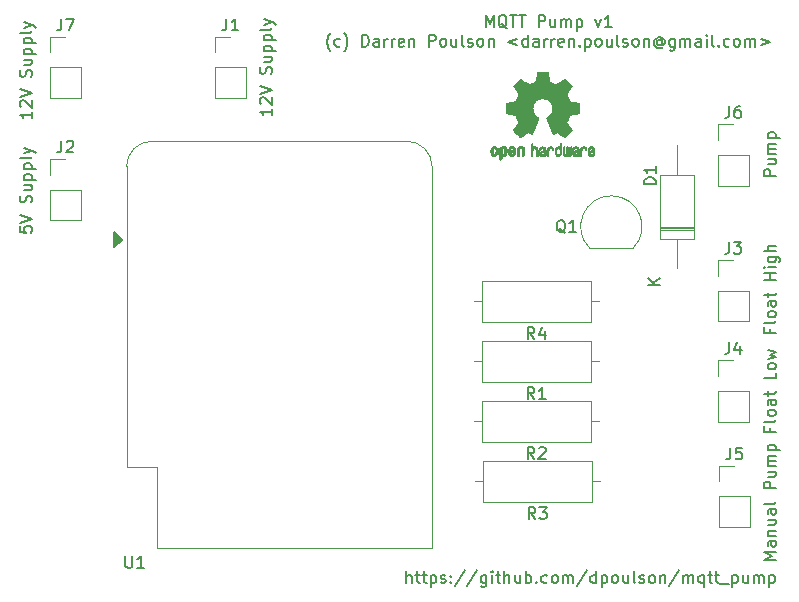
<source format=gbr>
%TF.GenerationSoftware,KiCad,Pcbnew,5.1.6-c6e7f7d~87~ubuntu19.10.1*%
%TF.CreationDate,2021-05-11T16:11:10+01:00*%
%TF.ProjectId,Auto Pump,4175746f-2050-4756-9d70-2e6b69636164,rev?*%
%TF.SameCoordinates,Original*%
%TF.FileFunction,Legend,Top*%
%TF.FilePolarity,Positive*%
%FSLAX46Y46*%
G04 Gerber Fmt 4.6, Leading zero omitted, Abs format (unit mm)*
G04 Created by KiCad (PCBNEW 5.1.6-c6e7f7d~87~ubuntu19.10.1) date 2021-05-11 16:11:10*
%MOMM*%
%LPD*%
G01*
G04 APERTURE LIST*
%ADD10C,0.150000*%
%ADD11C,0.010000*%
%ADD12C,0.120000*%
G04 APERTURE END LIST*
D10*
X135304571Y-136596380D02*
X135304571Y-135596380D01*
X135733142Y-136596380D02*
X135733142Y-136072571D01*
X135685523Y-135977333D01*
X135590285Y-135929714D01*
X135447428Y-135929714D01*
X135352190Y-135977333D01*
X135304571Y-136024952D01*
X136066476Y-135929714D02*
X136447428Y-135929714D01*
X136209333Y-135596380D02*
X136209333Y-136453523D01*
X136256952Y-136548761D01*
X136352190Y-136596380D01*
X136447428Y-136596380D01*
X136637904Y-135929714D02*
X137018857Y-135929714D01*
X136780761Y-135596380D02*
X136780761Y-136453523D01*
X136828380Y-136548761D01*
X136923619Y-136596380D01*
X137018857Y-136596380D01*
X137352190Y-135929714D02*
X137352190Y-136929714D01*
X137352190Y-135977333D02*
X137447428Y-135929714D01*
X137637904Y-135929714D01*
X137733142Y-135977333D01*
X137780761Y-136024952D01*
X137828380Y-136120190D01*
X137828380Y-136405904D01*
X137780761Y-136501142D01*
X137733142Y-136548761D01*
X137637904Y-136596380D01*
X137447428Y-136596380D01*
X137352190Y-136548761D01*
X138209333Y-136548761D02*
X138304571Y-136596380D01*
X138495047Y-136596380D01*
X138590285Y-136548761D01*
X138637904Y-136453523D01*
X138637904Y-136405904D01*
X138590285Y-136310666D01*
X138495047Y-136263047D01*
X138352190Y-136263047D01*
X138256952Y-136215428D01*
X138209333Y-136120190D01*
X138209333Y-136072571D01*
X138256952Y-135977333D01*
X138352190Y-135929714D01*
X138495047Y-135929714D01*
X138590285Y-135977333D01*
X139066476Y-136501142D02*
X139114095Y-136548761D01*
X139066476Y-136596380D01*
X139018857Y-136548761D01*
X139066476Y-136501142D01*
X139066476Y-136596380D01*
X139066476Y-135977333D02*
X139114095Y-136024952D01*
X139066476Y-136072571D01*
X139018857Y-136024952D01*
X139066476Y-135977333D01*
X139066476Y-136072571D01*
X140256952Y-135548761D02*
X139399809Y-136834476D01*
X141304571Y-135548761D02*
X140447428Y-136834476D01*
X142066476Y-135929714D02*
X142066476Y-136739238D01*
X142018857Y-136834476D01*
X141971238Y-136882095D01*
X141876000Y-136929714D01*
X141733142Y-136929714D01*
X141637904Y-136882095D01*
X142066476Y-136548761D02*
X141971238Y-136596380D01*
X141780761Y-136596380D01*
X141685523Y-136548761D01*
X141637904Y-136501142D01*
X141590285Y-136405904D01*
X141590285Y-136120190D01*
X141637904Y-136024952D01*
X141685523Y-135977333D01*
X141780761Y-135929714D01*
X141971238Y-135929714D01*
X142066476Y-135977333D01*
X142542666Y-136596380D02*
X142542666Y-135929714D01*
X142542666Y-135596380D02*
X142495047Y-135644000D01*
X142542666Y-135691619D01*
X142590285Y-135644000D01*
X142542666Y-135596380D01*
X142542666Y-135691619D01*
X142876000Y-135929714D02*
X143256952Y-135929714D01*
X143018857Y-135596380D02*
X143018857Y-136453523D01*
X143066476Y-136548761D01*
X143161714Y-136596380D01*
X143256952Y-136596380D01*
X143590285Y-136596380D02*
X143590285Y-135596380D01*
X144018857Y-136596380D02*
X144018857Y-136072571D01*
X143971238Y-135977333D01*
X143876000Y-135929714D01*
X143733142Y-135929714D01*
X143637904Y-135977333D01*
X143590285Y-136024952D01*
X144923619Y-135929714D02*
X144923619Y-136596380D01*
X144495047Y-135929714D02*
X144495047Y-136453523D01*
X144542666Y-136548761D01*
X144637904Y-136596380D01*
X144780761Y-136596380D01*
X144876000Y-136548761D01*
X144923619Y-136501142D01*
X145399809Y-136596380D02*
X145399809Y-135596380D01*
X145399809Y-135977333D02*
X145495047Y-135929714D01*
X145685523Y-135929714D01*
X145780761Y-135977333D01*
X145828380Y-136024952D01*
X145876000Y-136120190D01*
X145876000Y-136405904D01*
X145828380Y-136501142D01*
X145780761Y-136548761D01*
X145685523Y-136596380D01*
X145495047Y-136596380D01*
X145399809Y-136548761D01*
X146304571Y-136501142D02*
X146352190Y-136548761D01*
X146304571Y-136596380D01*
X146256952Y-136548761D01*
X146304571Y-136501142D01*
X146304571Y-136596380D01*
X147209333Y-136548761D02*
X147114095Y-136596380D01*
X146923619Y-136596380D01*
X146828380Y-136548761D01*
X146780761Y-136501142D01*
X146733142Y-136405904D01*
X146733142Y-136120190D01*
X146780761Y-136024952D01*
X146828380Y-135977333D01*
X146923619Y-135929714D01*
X147114095Y-135929714D01*
X147209333Y-135977333D01*
X147780761Y-136596380D02*
X147685523Y-136548761D01*
X147637904Y-136501142D01*
X147590285Y-136405904D01*
X147590285Y-136120190D01*
X147637904Y-136024952D01*
X147685523Y-135977333D01*
X147780761Y-135929714D01*
X147923619Y-135929714D01*
X148018857Y-135977333D01*
X148066476Y-136024952D01*
X148114095Y-136120190D01*
X148114095Y-136405904D01*
X148066476Y-136501142D01*
X148018857Y-136548761D01*
X147923619Y-136596380D01*
X147780761Y-136596380D01*
X148542666Y-136596380D02*
X148542666Y-135929714D01*
X148542666Y-136024952D02*
X148590285Y-135977333D01*
X148685523Y-135929714D01*
X148828380Y-135929714D01*
X148923619Y-135977333D01*
X148971238Y-136072571D01*
X148971238Y-136596380D01*
X148971238Y-136072571D02*
X149018857Y-135977333D01*
X149114095Y-135929714D01*
X149256952Y-135929714D01*
X149352190Y-135977333D01*
X149399809Y-136072571D01*
X149399809Y-136596380D01*
X150590285Y-135548761D02*
X149733142Y-136834476D01*
X151352190Y-136596380D02*
X151352190Y-135596380D01*
X151352190Y-136548761D02*
X151256952Y-136596380D01*
X151066476Y-136596380D01*
X150971238Y-136548761D01*
X150923619Y-136501142D01*
X150876000Y-136405904D01*
X150876000Y-136120190D01*
X150923619Y-136024952D01*
X150971238Y-135977333D01*
X151066476Y-135929714D01*
X151256952Y-135929714D01*
X151352190Y-135977333D01*
X151828380Y-135929714D02*
X151828380Y-136929714D01*
X151828380Y-135977333D02*
X151923619Y-135929714D01*
X152114095Y-135929714D01*
X152209333Y-135977333D01*
X152256952Y-136024952D01*
X152304571Y-136120190D01*
X152304571Y-136405904D01*
X152256952Y-136501142D01*
X152209333Y-136548761D01*
X152114095Y-136596380D01*
X151923619Y-136596380D01*
X151828380Y-136548761D01*
X152876000Y-136596380D02*
X152780761Y-136548761D01*
X152733142Y-136501142D01*
X152685523Y-136405904D01*
X152685523Y-136120190D01*
X152733142Y-136024952D01*
X152780761Y-135977333D01*
X152876000Y-135929714D01*
X153018857Y-135929714D01*
X153114095Y-135977333D01*
X153161714Y-136024952D01*
X153209333Y-136120190D01*
X153209333Y-136405904D01*
X153161714Y-136501142D01*
X153114095Y-136548761D01*
X153018857Y-136596380D01*
X152876000Y-136596380D01*
X154066476Y-135929714D02*
X154066476Y-136596380D01*
X153637904Y-135929714D02*
X153637904Y-136453523D01*
X153685523Y-136548761D01*
X153780761Y-136596380D01*
X153923619Y-136596380D01*
X154018857Y-136548761D01*
X154066476Y-136501142D01*
X154685523Y-136596380D02*
X154590285Y-136548761D01*
X154542666Y-136453523D01*
X154542666Y-135596380D01*
X155018857Y-136548761D02*
X155114095Y-136596380D01*
X155304571Y-136596380D01*
X155399809Y-136548761D01*
X155447428Y-136453523D01*
X155447428Y-136405904D01*
X155399809Y-136310666D01*
X155304571Y-136263047D01*
X155161714Y-136263047D01*
X155066476Y-136215428D01*
X155018857Y-136120190D01*
X155018857Y-136072571D01*
X155066476Y-135977333D01*
X155161714Y-135929714D01*
X155304571Y-135929714D01*
X155399809Y-135977333D01*
X156018857Y-136596380D02*
X155923619Y-136548761D01*
X155875999Y-136501142D01*
X155828380Y-136405904D01*
X155828380Y-136120190D01*
X155875999Y-136024952D01*
X155923619Y-135977333D01*
X156018857Y-135929714D01*
X156161714Y-135929714D01*
X156256952Y-135977333D01*
X156304571Y-136024952D01*
X156352190Y-136120190D01*
X156352190Y-136405904D01*
X156304571Y-136501142D01*
X156256952Y-136548761D01*
X156161714Y-136596380D01*
X156018857Y-136596380D01*
X156780761Y-135929714D02*
X156780761Y-136596380D01*
X156780761Y-136024952D02*
X156828380Y-135977333D01*
X156923619Y-135929714D01*
X157066476Y-135929714D01*
X157161714Y-135977333D01*
X157209333Y-136072571D01*
X157209333Y-136596380D01*
X158399809Y-135548761D02*
X157542666Y-136834476D01*
X158733142Y-136596380D02*
X158733142Y-135929714D01*
X158733142Y-136024952D02*
X158780761Y-135977333D01*
X158875999Y-135929714D01*
X159018857Y-135929714D01*
X159114095Y-135977333D01*
X159161714Y-136072571D01*
X159161714Y-136596380D01*
X159161714Y-136072571D02*
X159209333Y-135977333D01*
X159304571Y-135929714D01*
X159447428Y-135929714D01*
X159542666Y-135977333D01*
X159590285Y-136072571D01*
X159590285Y-136596380D01*
X160495047Y-135929714D02*
X160495047Y-136929714D01*
X160495047Y-136548761D02*
X160399809Y-136596380D01*
X160209333Y-136596380D01*
X160114095Y-136548761D01*
X160066476Y-136501142D01*
X160018857Y-136405904D01*
X160018857Y-136120190D01*
X160066476Y-136024952D01*
X160114095Y-135977333D01*
X160209333Y-135929714D01*
X160399809Y-135929714D01*
X160495047Y-135977333D01*
X160828380Y-135929714D02*
X161209333Y-135929714D01*
X160971238Y-135596380D02*
X160971238Y-136453523D01*
X161018857Y-136548761D01*
X161114095Y-136596380D01*
X161209333Y-136596380D01*
X161399809Y-135929714D02*
X161780761Y-135929714D01*
X161542666Y-135596380D02*
X161542666Y-136453523D01*
X161590285Y-136548761D01*
X161685523Y-136596380D01*
X161780761Y-136596380D01*
X161875999Y-136691619D02*
X162637904Y-136691619D01*
X162875999Y-135929714D02*
X162875999Y-136929714D01*
X162875999Y-135977333D02*
X162971238Y-135929714D01*
X163161714Y-135929714D01*
X163256952Y-135977333D01*
X163304571Y-136024952D01*
X163352190Y-136120190D01*
X163352190Y-136405904D01*
X163304571Y-136501142D01*
X163256952Y-136548761D01*
X163161714Y-136596380D01*
X162971238Y-136596380D01*
X162875999Y-136548761D01*
X164209333Y-135929714D02*
X164209333Y-136596380D01*
X163780761Y-135929714D02*
X163780761Y-136453523D01*
X163828380Y-136548761D01*
X163923619Y-136596380D01*
X164066476Y-136596380D01*
X164161714Y-136548761D01*
X164209333Y-136501142D01*
X164685523Y-136596380D02*
X164685523Y-135929714D01*
X164685523Y-136024952D02*
X164733142Y-135977333D01*
X164828380Y-135929714D01*
X164971238Y-135929714D01*
X165066476Y-135977333D01*
X165114095Y-136072571D01*
X165114095Y-136596380D01*
X165114095Y-136072571D02*
X165161714Y-135977333D01*
X165256952Y-135929714D01*
X165399809Y-135929714D01*
X165495047Y-135977333D01*
X165542666Y-136072571D01*
X165542666Y-136596380D01*
X166018857Y-135929714D02*
X166018857Y-136929714D01*
X166018857Y-135977333D02*
X166114095Y-135929714D01*
X166304571Y-135929714D01*
X166399809Y-135977333D01*
X166447428Y-136024952D01*
X166495047Y-136120190D01*
X166495047Y-136405904D01*
X166447428Y-136501142D01*
X166399809Y-136548761D01*
X166304571Y-136596380D01*
X166114095Y-136596380D01*
X166018857Y-136548761D01*
X142010476Y-89543380D02*
X142010476Y-88543380D01*
X142343809Y-89257666D01*
X142677142Y-88543380D01*
X142677142Y-89543380D01*
X143820000Y-89638619D02*
X143724761Y-89591000D01*
X143629523Y-89495761D01*
X143486666Y-89352904D01*
X143391428Y-89305285D01*
X143296190Y-89305285D01*
X143343809Y-89543380D02*
X143248571Y-89495761D01*
X143153333Y-89400523D01*
X143105714Y-89210047D01*
X143105714Y-88876714D01*
X143153333Y-88686238D01*
X143248571Y-88591000D01*
X143343809Y-88543380D01*
X143534285Y-88543380D01*
X143629523Y-88591000D01*
X143724761Y-88686238D01*
X143772380Y-88876714D01*
X143772380Y-89210047D01*
X143724761Y-89400523D01*
X143629523Y-89495761D01*
X143534285Y-89543380D01*
X143343809Y-89543380D01*
X144058095Y-88543380D02*
X144629523Y-88543380D01*
X144343809Y-89543380D02*
X144343809Y-88543380D01*
X144820000Y-88543380D02*
X145391428Y-88543380D01*
X145105714Y-89543380D02*
X145105714Y-88543380D01*
X146486666Y-89543380D02*
X146486666Y-88543380D01*
X146867619Y-88543380D01*
X146962857Y-88591000D01*
X147010476Y-88638619D01*
X147058095Y-88733857D01*
X147058095Y-88876714D01*
X147010476Y-88971952D01*
X146962857Y-89019571D01*
X146867619Y-89067190D01*
X146486666Y-89067190D01*
X147915238Y-88876714D02*
X147915238Y-89543380D01*
X147486666Y-88876714D02*
X147486666Y-89400523D01*
X147534285Y-89495761D01*
X147629523Y-89543380D01*
X147772380Y-89543380D01*
X147867619Y-89495761D01*
X147915238Y-89448142D01*
X148391428Y-89543380D02*
X148391428Y-88876714D01*
X148391428Y-88971952D02*
X148439047Y-88924333D01*
X148534285Y-88876714D01*
X148677142Y-88876714D01*
X148772380Y-88924333D01*
X148820000Y-89019571D01*
X148820000Y-89543380D01*
X148820000Y-89019571D02*
X148867619Y-88924333D01*
X148962857Y-88876714D01*
X149105714Y-88876714D01*
X149200952Y-88924333D01*
X149248571Y-89019571D01*
X149248571Y-89543380D01*
X149724761Y-88876714D02*
X149724761Y-89876714D01*
X149724761Y-88924333D02*
X149820000Y-88876714D01*
X150010476Y-88876714D01*
X150105714Y-88924333D01*
X150153333Y-88971952D01*
X150200952Y-89067190D01*
X150200952Y-89352904D01*
X150153333Y-89448142D01*
X150105714Y-89495761D01*
X150010476Y-89543380D01*
X149820000Y-89543380D01*
X149724761Y-89495761D01*
X151296190Y-88876714D02*
X151534285Y-89543380D01*
X151772380Y-88876714D01*
X152677142Y-89543380D02*
X152105714Y-89543380D01*
X152391428Y-89543380D02*
X152391428Y-88543380D01*
X152296190Y-88686238D01*
X152200952Y-88781476D01*
X152105714Y-88829095D01*
X128867619Y-91574333D02*
X128820000Y-91526714D01*
X128724761Y-91383857D01*
X128677142Y-91288619D01*
X128629523Y-91145761D01*
X128581904Y-90907666D01*
X128581904Y-90717190D01*
X128629523Y-90479095D01*
X128677142Y-90336238D01*
X128724761Y-90241000D01*
X128820000Y-90098142D01*
X128867619Y-90050523D01*
X129677142Y-91145761D02*
X129581904Y-91193380D01*
X129391428Y-91193380D01*
X129296190Y-91145761D01*
X129248571Y-91098142D01*
X129200952Y-91002904D01*
X129200952Y-90717190D01*
X129248571Y-90621952D01*
X129296190Y-90574333D01*
X129391428Y-90526714D01*
X129581904Y-90526714D01*
X129677142Y-90574333D01*
X130010476Y-91574333D02*
X130058095Y-91526714D01*
X130153333Y-91383857D01*
X130200952Y-91288619D01*
X130248571Y-91145761D01*
X130296190Y-90907666D01*
X130296190Y-90717190D01*
X130248571Y-90479095D01*
X130200952Y-90336238D01*
X130153333Y-90241000D01*
X130058095Y-90098142D01*
X130010476Y-90050523D01*
X131534285Y-91193380D02*
X131534285Y-90193380D01*
X131772380Y-90193380D01*
X131915238Y-90241000D01*
X132010476Y-90336238D01*
X132058095Y-90431476D01*
X132105714Y-90621952D01*
X132105714Y-90764809D01*
X132058095Y-90955285D01*
X132010476Y-91050523D01*
X131915238Y-91145761D01*
X131772380Y-91193380D01*
X131534285Y-91193380D01*
X132962857Y-91193380D02*
X132962857Y-90669571D01*
X132915238Y-90574333D01*
X132820000Y-90526714D01*
X132629523Y-90526714D01*
X132534285Y-90574333D01*
X132962857Y-91145761D02*
X132867619Y-91193380D01*
X132629523Y-91193380D01*
X132534285Y-91145761D01*
X132486666Y-91050523D01*
X132486666Y-90955285D01*
X132534285Y-90860047D01*
X132629523Y-90812428D01*
X132867619Y-90812428D01*
X132962857Y-90764809D01*
X133439047Y-91193380D02*
X133439047Y-90526714D01*
X133439047Y-90717190D02*
X133486666Y-90621952D01*
X133534285Y-90574333D01*
X133629523Y-90526714D01*
X133724761Y-90526714D01*
X134058095Y-91193380D02*
X134058095Y-90526714D01*
X134058095Y-90717190D02*
X134105714Y-90621952D01*
X134153333Y-90574333D01*
X134248571Y-90526714D01*
X134343809Y-90526714D01*
X135058095Y-91145761D02*
X134962857Y-91193380D01*
X134772380Y-91193380D01*
X134677142Y-91145761D01*
X134629523Y-91050523D01*
X134629523Y-90669571D01*
X134677142Y-90574333D01*
X134772380Y-90526714D01*
X134962857Y-90526714D01*
X135058095Y-90574333D01*
X135105714Y-90669571D01*
X135105714Y-90764809D01*
X134629523Y-90860047D01*
X135534285Y-90526714D02*
X135534285Y-91193380D01*
X135534285Y-90621952D02*
X135581904Y-90574333D01*
X135677142Y-90526714D01*
X135820000Y-90526714D01*
X135915238Y-90574333D01*
X135962857Y-90669571D01*
X135962857Y-91193380D01*
X137200952Y-91193380D02*
X137200952Y-90193380D01*
X137581904Y-90193380D01*
X137677142Y-90241000D01*
X137724761Y-90288619D01*
X137772380Y-90383857D01*
X137772380Y-90526714D01*
X137724761Y-90621952D01*
X137677142Y-90669571D01*
X137581904Y-90717190D01*
X137200952Y-90717190D01*
X138343809Y-91193380D02*
X138248571Y-91145761D01*
X138200952Y-91098142D01*
X138153333Y-91002904D01*
X138153333Y-90717190D01*
X138200952Y-90621952D01*
X138248571Y-90574333D01*
X138343809Y-90526714D01*
X138486666Y-90526714D01*
X138581904Y-90574333D01*
X138629523Y-90621952D01*
X138677142Y-90717190D01*
X138677142Y-91002904D01*
X138629523Y-91098142D01*
X138581904Y-91145761D01*
X138486666Y-91193380D01*
X138343809Y-91193380D01*
X139534285Y-90526714D02*
X139534285Y-91193380D01*
X139105714Y-90526714D02*
X139105714Y-91050523D01*
X139153333Y-91145761D01*
X139248571Y-91193380D01*
X139391428Y-91193380D01*
X139486666Y-91145761D01*
X139534285Y-91098142D01*
X140153333Y-91193380D02*
X140058095Y-91145761D01*
X140010476Y-91050523D01*
X140010476Y-90193380D01*
X140486666Y-91145761D02*
X140581904Y-91193380D01*
X140772380Y-91193380D01*
X140867619Y-91145761D01*
X140915238Y-91050523D01*
X140915238Y-91002904D01*
X140867619Y-90907666D01*
X140772380Y-90860047D01*
X140629523Y-90860047D01*
X140534285Y-90812428D01*
X140486666Y-90717190D01*
X140486666Y-90669571D01*
X140534285Y-90574333D01*
X140629523Y-90526714D01*
X140772380Y-90526714D01*
X140867619Y-90574333D01*
X141486666Y-91193380D02*
X141391428Y-91145761D01*
X141343809Y-91098142D01*
X141296190Y-91002904D01*
X141296190Y-90717190D01*
X141343809Y-90621952D01*
X141391428Y-90574333D01*
X141486666Y-90526714D01*
X141629523Y-90526714D01*
X141724761Y-90574333D01*
X141772380Y-90621952D01*
X141820000Y-90717190D01*
X141820000Y-91002904D01*
X141772380Y-91098142D01*
X141724761Y-91145761D01*
X141629523Y-91193380D01*
X141486666Y-91193380D01*
X142248571Y-90526714D02*
X142248571Y-91193380D01*
X142248571Y-90621952D02*
X142296190Y-90574333D01*
X142391428Y-90526714D01*
X142534285Y-90526714D01*
X142629523Y-90574333D01*
X142677142Y-90669571D01*
X142677142Y-91193380D01*
X144677142Y-90526714D02*
X143915238Y-90812428D01*
X144677142Y-91098142D01*
X145581904Y-91193380D02*
X145581904Y-90193380D01*
X145581904Y-91145761D02*
X145486666Y-91193380D01*
X145296190Y-91193380D01*
X145200952Y-91145761D01*
X145153333Y-91098142D01*
X145105714Y-91002904D01*
X145105714Y-90717190D01*
X145153333Y-90621952D01*
X145200952Y-90574333D01*
X145296190Y-90526714D01*
X145486666Y-90526714D01*
X145581904Y-90574333D01*
X146486666Y-91193380D02*
X146486666Y-90669571D01*
X146439047Y-90574333D01*
X146343809Y-90526714D01*
X146153333Y-90526714D01*
X146058095Y-90574333D01*
X146486666Y-91145761D02*
X146391428Y-91193380D01*
X146153333Y-91193380D01*
X146058095Y-91145761D01*
X146010476Y-91050523D01*
X146010476Y-90955285D01*
X146058095Y-90860047D01*
X146153333Y-90812428D01*
X146391428Y-90812428D01*
X146486666Y-90764809D01*
X146962857Y-91193380D02*
X146962857Y-90526714D01*
X146962857Y-90717190D02*
X147010476Y-90621952D01*
X147058095Y-90574333D01*
X147153333Y-90526714D01*
X147248571Y-90526714D01*
X147581904Y-91193380D02*
X147581904Y-90526714D01*
X147581904Y-90717190D02*
X147629523Y-90621952D01*
X147677142Y-90574333D01*
X147772380Y-90526714D01*
X147867619Y-90526714D01*
X148581904Y-91145761D02*
X148486666Y-91193380D01*
X148296190Y-91193380D01*
X148200952Y-91145761D01*
X148153333Y-91050523D01*
X148153333Y-90669571D01*
X148200952Y-90574333D01*
X148296190Y-90526714D01*
X148486666Y-90526714D01*
X148581904Y-90574333D01*
X148629523Y-90669571D01*
X148629523Y-90764809D01*
X148153333Y-90860047D01*
X149058095Y-90526714D02*
X149058095Y-91193380D01*
X149058095Y-90621952D02*
X149105714Y-90574333D01*
X149200952Y-90526714D01*
X149343809Y-90526714D01*
X149439047Y-90574333D01*
X149486666Y-90669571D01*
X149486666Y-91193380D01*
X149962857Y-91098142D02*
X150010476Y-91145761D01*
X149962857Y-91193380D01*
X149915238Y-91145761D01*
X149962857Y-91098142D01*
X149962857Y-91193380D01*
X150439047Y-90526714D02*
X150439047Y-91526714D01*
X150439047Y-90574333D02*
X150534285Y-90526714D01*
X150724761Y-90526714D01*
X150820000Y-90574333D01*
X150867619Y-90621952D01*
X150915238Y-90717190D01*
X150915238Y-91002904D01*
X150867619Y-91098142D01*
X150820000Y-91145761D01*
X150724761Y-91193380D01*
X150534285Y-91193380D01*
X150439047Y-91145761D01*
X151486666Y-91193380D02*
X151391428Y-91145761D01*
X151343809Y-91098142D01*
X151296190Y-91002904D01*
X151296190Y-90717190D01*
X151343809Y-90621952D01*
X151391428Y-90574333D01*
X151486666Y-90526714D01*
X151629523Y-90526714D01*
X151724761Y-90574333D01*
X151772380Y-90621952D01*
X151820000Y-90717190D01*
X151820000Y-91002904D01*
X151772380Y-91098142D01*
X151724761Y-91145761D01*
X151629523Y-91193380D01*
X151486666Y-91193380D01*
X152677142Y-90526714D02*
X152677142Y-91193380D01*
X152248571Y-90526714D02*
X152248571Y-91050523D01*
X152296190Y-91145761D01*
X152391428Y-91193380D01*
X152534285Y-91193380D01*
X152629523Y-91145761D01*
X152677142Y-91098142D01*
X153296190Y-91193380D02*
X153200952Y-91145761D01*
X153153333Y-91050523D01*
X153153333Y-90193380D01*
X153629523Y-91145761D02*
X153724761Y-91193380D01*
X153915238Y-91193380D01*
X154010476Y-91145761D01*
X154058095Y-91050523D01*
X154058095Y-91002904D01*
X154010476Y-90907666D01*
X153915238Y-90860047D01*
X153772380Y-90860047D01*
X153677142Y-90812428D01*
X153629523Y-90717190D01*
X153629523Y-90669571D01*
X153677142Y-90574333D01*
X153772380Y-90526714D01*
X153915238Y-90526714D01*
X154010476Y-90574333D01*
X154629523Y-91193380D02*
X154534285Y-91145761D01*
X154486666Y-91098142D01*
X154439047Y-91002904D01*
X154439047Y-90717190D01*
X154486666Y-90621952D01*
X154534285Y-90574333D01*
X154629523Y-90526714D01*
X154772380Y-90526714D01*
X154867619Y-90574333D01*
X154915238Y-90621952D01*
X154962857Y-90717190D01*
X154962857Y-91002904D01*
X154915238Y-91098142D01*
X154867619Y-91145761D01*
X154772380Y-91193380D01*
X154629523Y-91193380D01*
X155391428Y-90526714D02*
X155391428Y-91193380D01*
X155391428Y-90621952D02*
X155439047Y-90574333D01*
X155534285Y-90526714D01*
X155677142Y-90526714D01*
X155772380Y-90574333D01*
X155820000Y-90669571D01*
X155820000Y-91193380D01*
X156915238Y-90717190D02*
X156867619Y-90669571D01*
X156772380Y-90621952D01*
X156677142Y-90621952D01*
X156581904Y-90669571D01*
X156534285Y-90717190D01*
X156486666Y-90812428D01*
X156486666Y-90907666D01*
X156534285Y-91002904D01*
X156581904Y-91050523D01*
X156677142Y-91098142D01*
X156772380Y-91098142D01*
X156867619Y-91050523D01*
X156915238Y-91002904D01*
X156915238Y-90621952D02*
X156915238Y-91002904D01*
X156962857Y-91050523D01*
X157010476Y-91050523D01*
X157105714Y-91002904D01*
X157153333Y-90907666D01*
X157153333Y-90669571D01*
X157058095Y-90526714D01*
X156915238Y-90431476D01*
X156724761Y-90383857D01*
X156534285Y-90431476D01*
X156391428Y-90526714D01*
X156296190Y-90669571D01*
X156248571Y-90860047D01*
X156296190Y-91050523D01*
X156391428Y-91193380D01*
X156534285Y-91288619D01*
X156724761Y-91336238D01*
X156915238Y-91288619D01*
X157058095Y-91193380D01*
X158010476Y-90526714D02*
X158010476Y-91336238D01*
X157962857Y-91431476D01*
X157915238Y-91479095D01*
X157820000Y-91526714D01*
X157677142Y-91526714D01*
X157581904Y-91479095D01*
X158010476Y-91145761D02*
X157915238Y-91193380D01*
X157724761Y-91193380D01*
X157629523Y-91145761D01*
X157581904Y-91098142D01*
X157534285Y-91002904D01*
X157534285Y-90717190D01*
X157581904Y-90621952D01*
X157629523Y-90574333D01*
X157724761Y-90526714D01*
X157915238Y-90526714D01*
X158010476Y-90574333D01*
X158486666Y-91193380D02*
X158486666Y-90526714D01*
X158486666Y-90621952D02*
X158534285Y-90574333D01*
X158629523Y-90526714D01*
X158772380Y-90526714D01*
X158867619Y-90574333D01*
X158915238Y-90669571D01*
X158915238Y-91193380D01*
X158915238Y-90669571D02*
X158962857Y-90574333D01*
X159058095Y-90526714D01*
X159200952Y-90526714D01*
X159296190Y-90574333D01*
X159343809Y-90669571D01*
X159343809Y-91193380D01*
X160248571Y-91193380D02*
X160248571Y-90669571D01*
X160200952Y-90574333D01*
X160105714Y-90526714D01*
X159915238Y-90526714D01*
X159820000Y-90574333D01*
X160248571Y-91145761D02*
X160153333Y-91193380D01*
X159915238Y-91193380D01*
X159820000Y-91145761D01*
X159772380Y-91050523D01*
X159772380Y-90955285D01*
X159820000Y-90860047D01*
X159915238Y-90812428D01*
X160153333Y-90812428D01*
X160248571Y-90764809D01*
X160724761Y-91193380D02*
X160724761Y-90526714D01*
X160724761Y-90193380D02*
X160677142Y-90241000D01*
X160724761Y-90288619D01*
X160772380Y-90241000D01*
X160724761Y-90193380D01*
X160724761Y-90288619D01*
X161343809Y-91193380D02*
X161248571Y-91145761D01*
X161200952Y-91050523D01*
X161200952Y-90193380D01*
X161724761Y-91098142D02*
X161772380Y-91145761D01*
X161724761Y-91193380D01*
X161677142Y-91145761D01*
X161724761Y-91098142D01*
X161724761Y-91193380D01*
X162629523Y-91145761D02*
X162534285Y-91193380D01*
X162343809Y-91193380D01*
X162248571Y-91145761D01*
X162200952Y-91098142D01*
X162153333Y-91002904D01*
X162153333Y-90717190D01*
X162200952Y-90621952D01*
X162248571Y-90574333D01*
X162343809Y-90526714D01*
X162534285Y-90526714D01*
X162629523Y-90574333D01*
X163200952Y-91193380D02*
X163105714Y-91145761D01*
X163058095Y-91098142D01*
X163010476Y-91002904D01*
X163010476Y-90717190D01*
X163058095Y-90621952D01*
X163105714Y-90574333D01*
X163200952Y-90526714D01*
X163343809Y-90526714D01*
X163439047Y-90574333D01*
X163486666Y-90621952D01*
X163534285Y-90717190D01*
X163534285Y-91002904D01*
X163486666Y-91098142D01*
X163439047Y-91145761D01*
X163343809Y-91193380D01*
X163200952Y-91193380D01*
X163962857Y-91193380D02*
X163962857Y-90526714D01*
X163962857Y-90621952D02*
X164010476Y-90574333D01*
X164105714Y-90526714D01*
X164248571Y-90526714D01*
X164343809Y-90574333D01*
X164391428Y-90669571D01*
X164391428Y-91193380D01*
X164391428Y-90669571D02*
X164439047Y-90574333D01*
X164534285Y-90526714D01*
X164677142Y-90526714D01*
X164772380Y-90574333D01*
X164820000Y-90669571D01*
X164820000Y-91193380D01*
X165296190Y-90526714D02*
X166058095Y-90812428D01*
X165296190Y-91098142D01*
D11*
%TO.C,REF\u002A\u002A*%
G36*
X146951878Y-93315776D02*
G01*
X147057612Y-93316355D01*
X147134132Y-93317922D01*
X147186372Y-93320972D01*
X147219263Y-93325996D01*
X147237737Y-93333489D01*
X147246727Y-93343944D01*
X147251163Y-93357853D01*
X147251594Y-93359654D01*
X147258333Y-93392145D01*
X147270808Y-93456252D01*
X147287719Y-93545151D01*
X147307771Y-93652019D01*
X147329664Y-93770033D01*
X147330429Y-93774178D01*
X147352359Y-93889831D01*
X147372877Y-93992014D01*
X147390659Y-94074598D01*
X147404381Y-94131456D01*
X147412718Y-94156458D01*
X147413116Y-94156901D01*
X147437677Y-94169110D01*
X147488315Y-94189456D01*
X147554095Y-94213545D01*
X147554461Y-94213674D01*
X147637317Y-94244818D01*
X147735000Y-94284491D01*
X147827077Y-94324381D01*
X147831434Y-94326353D01*
X147981407Y-94394420D01*
X148313498Y-94167639D01*
X148415374Y-94098504D01*
X148507657Y-94036697D01*
X148585003Y-93985733D01*
X148642064Y-93949127D01*
X148673495Y-93930394D01*
X148676479Y-93929004D01*
X148699321Y-93935190D01*
X148741982Y-93965035D01*
X148806128Y-94019947D01*
X148893421Y-94101334D01*
X148982535Y-94187922D01*
X149068441Y-94273247D01*
X149145327Y-94351108D01*
X149208564Y-94416697D01*
X149253523Y-94465205D01*
X149275576Y-94491825D01*
X149276396Y-94493195D01*
X149278834Y-94511463D01*
X149269650Y-94541295D01*
X149246574Y-94586721D01*
X149207337Y-94651770D01*
X149149670Y-94740470D01*
X149072795Y-94854657D01*
X149004570Y-94955162D01*
X148943582Y-95045303D01*
X148893356Y-95119849D01*
X148857416Y-95173565D01*
X148839287Y-95201218D01*
X148838146Y-95203095D01*
X148840359Y-95229590D01*
X148857138Y-95281086D01*
X148885142Y-95347851D01*
X148895122Y-95369172D01*
X148938672Y-95464159D01*
X148985134Y-95571937D01*
X149022877Y-95665192D01*
X149050073Y-95734406D01*
X149071675Y-95787006D01*
X149084158Y-95814497D01*
X149085709Y-95816616D01*
X149108668Y-95820124D01*
X149162786Y-95829738D01*
X149240868Y-95844089D01*
X149335719Y-95861807D01*
X149440143Y-95881525D01*
X149546944Y-95901874D01*
X149648926Y-95921486D01*
X149738894Y-95938991D01*
X149809653Y-95953022D01*
X149854006Y-95962209D01*
X149864885Y-95964807D01*
X149876122Y-95971218D01*
X149884605Y-95985697D01*
X149890714Y-96013133D01*
X149894832Y-96058411D01*
X149897341Y-96126420D01*
X149898621Y-96222047D01*
X149899054Y-96350180D01*
X149899077Y-96402701D01*
X149899077Y-96829845D01*
X149796500Y-96850091D01*
X149739431Y-96861070D01*
X149654269Y-96877095D01*
X149551372Y-96896233D01*
X149441096Y-96916551D01*
X149410615Y-96922132D01*
X149308855Y-96941917D01*
X149220205Y-96961373D01*
X149152108Y-96978697D01*
X149112004Y-96992088D01*
X149105323Y-96996079D01*
X149088919Y-97024342D01*
X149065399Y-97079109D01*
X149039316Y-97149588D01*
X149034142Y-97164769D01*
X148999956Y-97258896D01*
X148957523Y-97365101D01*
X148915997Y-97460473D01*
X148915792Y-97460916D01*
X148846640Y-97610525D01*
X149301512Y-98279617D01*
X149009500Y-98572116D01*
X148921180Y-98659170D01*
X148840625Y-98735909D01*
X148772360Y-98798237D01*
X148720908Y-98842056D01*
X148690794Y-98863270D01*
X148686474Y-98864616D01*
X148661111Y-98854016D01*
X148609358Y-98824547D01*
X148536868Y-98779705D01*
X148449294Y-98722984D01*
X148354612Y-98659462D01*
X148258516Y-98594668D01*
X148172837Y-98538287D01*
X148103016Y-98493788D01*
X148054494Y-98464639D01*
X148032782Y-98454308D01*
X148006293Y-98463050D01*
X147956062Y-98486087D01*
X147892451Y-98518631D01*
X147885708Y-98522249D01*
X147800046Y-98565210D01*
X147741306Y-98586279D01*
X147704772Y-98586503D01*
X147685731Y-98566928D01*
X147685620Y-98566654D01*
X147676102Y-98543472D01*
X147653403Y-98488441D01*
X147619282Y-98405822D01*
X147575500Y-98299872D01*
X147523816Y-98174852D01*
X147465992Y-98035020D01*
X147409991Y-97899637D01*
X147348447Y-97750234D01*
X147291939Y-97611832D01*
X147242161Y-97488673D01*
X147200806Y-97385002D01*
X147169568Y-97305059D01*
X147150141Y-97253088D01*
X147144154Y-97233692D01*
X147159168Y-97211443D01*
X147198439Y-97175982D01*
X147250807Y-97136887D01*
X147399941Y-97013245D01*
X147516511Y-96871522D01*
X147599118Y-96714704D01*
X147646366Y-96545775D01*
X147656857Y-96367722D01*
X147649231Y-96285539D01*
X147607682Y-96115031D01*
X147536123Y-95964459D01*
X147438995Y-95835309D01*
X147320734Y-95729064D01*
X147185780Y-95647210D01*
X147038571Y-95591232D01*
X146883544Y-95562615D01*
X146725139Y-95562844D01*
X146567794Y-95593405D01*
X146415946Y-95655782D01*
X146274035Y-95751460D01*
X146214803Y-95805572D01*
X146101203Y-95944520D01*
X146022106Y-96096361D01*
X145976986Y-96256667D01*
X145965316Y-96421012D01*
X145986569Y-96584971D01*
X146040220Y-96744118D01*
X146125740Y-96894025D01*
X146242605Y-97030267D01*
X146373193Y-97136887D01*
X146427588Y-97177642D01*
X146466014Y-97212718D01*
X146479846Y-97233726D01*
X146472603Y-97256635D01*
X146452005Y-97311365D01*
X146419746Y-97393672D01*
X146377521Y-97499315D01*
X146327023Y-97624050D01*
X146269948Y-97763636D01*
X146213854Y-97899670D01*
X146151967Y-98049201D01*
X146094644Y-98187767D01*
X146043644Y-98311107D01*
X146000727Y-98414964D01*
X145967653Y-98495080D01*
X145946181Y-98547195D01*
X145938225Y-98566654D01*
X145919429Y-98586423D01*
X145883074Y-98586365D01*
X145824479Y-98565441D01*
X145738968Y-98522613D01*
X145738292Y-98522249D01*
X145673907Y-98489012D01*
X145621861Y-98464802D01*
X145592512Y-98454404D01*
X145591217Y-98454308D01*
X145569124Y-98464855D01*
X145520348Y-98494184D01*
X145450331Y-98538827D01*
X145364514Y-98595314D01*
X145269388Y-98659462D01*
X145172540Y-98724411D01*
X145085253Y-98780896D01*
X145013181Y-98825421D01*
X144961977Y-98854490D01*
X144937526Y-98864616D01*
X144915010Y-98851307D01*
X144869742Y-98814112D01*
X144806244Y-98757128D01*
X144729039Y-98684449D01*
X144642651Y-98600171D01*
X144614399Y-98572016D01*
X144322287Y-98279416D01*
X144544631Y-97953104D01*
X144612202Y-97852897D01*
X144671507Y-97762963D01*
X144719217Y-97688510D01*
X144752007Y-97634751D01*
X144766548Y-97606894D01*
X144766974Y-97604912D01*
X144759308Y-97578655D01*
X144738689Y-97525837D01*
X144708685Y-97455310D01*
X144687625Y-97408093D01*
X144648248Y-97317694D01*
X144611165Y-97226366D01*
X144582415Y-97149200D01*
X144574605Y-97125692D01*
X144552417Y-97062916D01*
X144530727Y-97014411D01*
X144518813Y-96996079D01*
X144492523Y-96984859D01*
X144435142Y-96968954D01*
X144354118Y-96950167D01*
X144256895Y-96930299D01*
X144213385Y-96922132D01*
X144102896Y-96901829D01*
X143996916Y-96882170D01*
X143905801Y-96865088D01*
X143839908Y-96852518D01*
X143827500Y-96850091D01*
X143724923Y-96829845D01*
X143724923Y-96402701D01*
X143725153Y-96262246D01*
X143726099Y-96155979D01*
X143728141Y-96079013D01*
X143731662Y-96026460D01*
X143737043Y-95993433D01*
X143744666Y-95975045D01*
X143754912Y-95966408D01*
X143759115Y-95964807D01*
X143784470Y-95959127D01*
X143840484Y-95947795D01*
X143919964Y-95932179D01*
X144015712Y-95913647D01*
X144120533Y-95893569D01*
X144227232Y-95873312D01*
X144328613Y-95854246D01*
X144417479Y-95837739D01*
X144486637Y-95825159D01*
X144528889Y-95817875D01*
X144538290Y-95816616D01*
X144546807Y-95799763D01*
X144565660Y-95754870D01*
X144591324Y-95690430D01*
X144601123Y-95665192D01*
X144640648Y-95567686D01*
X144687192Y-95459959D01*
X144728877Y-95369172D01*
X144759550Y-95299753D01*
X144779956Y-95242710D01*
X144786768Y-95207777D01*
X144785682Y-95203095D01*
X144771285Y-95180991D01*
X144738412Y-95131831D01*
X144690590Y-95060848D01*
X144631348Y-94973278D01*
X144564215Y-94874357D01*
X144550941Y-94854830D01*
X144473046Y-94739140D01*
X144415787Y-94651044D01*
X144376881Y-94586486D01*
X144354044Y-94541411D01*
X144344994Y-94511763D01*
X144347448Y-94493485D01*
X144347511Y-94493369D01*
X144366827Y-94469361D01*
X144409551Y-94422947D01*
X144471051Y-94358937D01*
X144546698Y-94282145D01*
X144631861Y-94197382D01*
X144641465Y-94187922D01*
X144748790Y-94083989D01*
X144831615Y-94007675D01*
X144891605Y-93957571D01*
X144930423Y-93932270D01*
X144947520Y-93929004D01*
X144972473Y-93943250D01*
X145024255Y-93976156D01*
X145097520Y-94024208D01*
X145186920Y-94083890D01*
X145287111Y-94151688D01*
X145310501Y-94167639D01*
X145642593Y-94394420D01*
X145792565Y-94326353D01*
X145883770Y-94286685D01*
X145981669Y-94246791D01*
X146065831Y-94214983D01*
X146069538Y-94213674D01*
X146135369Y-94189576D01*
X146186116Y-94169200D01*
X146210842Y-94156936D01*
X146210884Y-94156901D01*
X146218729Y-94134734D01*
X146232066Y-94080217D01*
X146249570Y-93999480D01*
X146269917Y-93898650D01*
X146291782Y-93783856D01*
X146293571Y-93774178D01*
X146315504Y-93655904D01*
X146335640Y-93548542D01*
X146352680Y-93458917D01*
X146365328Y-93393851D01*
X146372284Y-93360168D01*
X146372406Y-93359654D01*
X146376639Y-93345325D01*
X146384871Y-93334507D01*
X146402033Y-93326706D01*
X146433058Y-93321429D01*
X146482878Y-93318182D01*
X146556424Y-93316472D01*
X146658629Y-93315807D01*
X146794425Y-93315693D01*
X146812000Y-93315692D01*
X146951878Y-93315776D01*
G37*
X146951878Y-93315776D02*
X147057612Y-93316355D01*
X147134132Y-93317922D01*
X147186372Y-93320972D01*
X147219263Y-93325996D01*
X147237737Y-93333489D01*
X147246727Y-93343944D01*
X147251163Y-93357853D01*
X147251594Y-93359654D01*
X147258333Y-93392145D01*
X147270808Y-93456252D01*
X147287719Y-93545151D01*
X147307771Y-93652019D01*
X147329664Y-93770033D01*
X147330429Y-93774178D01*
X147352359Y-93889831D01*
X147372877Y-93992014D01*
X147390659Y-94074598D01*
X147404381Y-94131456D01*
X147412718Y-94156458D01*
X147413116Y-94156901D01*
X147437677Y-94169110D01*
X147488315Y-94189456D01*
X147554095Y-94213545D01*
X147554461Y-94213674D01*
X147637317Y-94244818D01*
X147735000Y-94284491D01*
X147827077Y-94324381D01*
X147831434Y-94326353D01*
X147981407Y-94394420D01*
X148313498Y-94167639D01*
X148415374Y-94098504D01*
X148507657Y-94036697D01*
X148585003Y-93985733D01*
X148642064Y-93949127D01*
X148673495Y-93930394D01*
X148676479Y-93929004D01*
X148699321Y-93935190D01*
X148741982Y-93965035D01*
X148806128Y-94019947D01*
X148893421Y-94101334D01*
X148982535Y-94187922D01*
X149068441Y-94273247D01*
X149145327Y-94351108D01*
X149208564Y-94416697D01*
X149253523Y-94465205D01*
X149275576Y-94491825D01*
X149276396Y-94493195D01*
X149278834Y-94511463D01*
X149269650Y-94541295D01*
X149246574Y-94586721D01*
X149207337Y-94651770D01*
X149149670Y-94740470D01*
X149072795Y-94854657D01*
X149004570Y-94955162D01*
X148943582Y-95045303D01*
X148893356Y-95119849D01*
X148857416Y-95173565D01*
X148839287Y-95201218D01*
X148838146Y-95203095D01*
X148840359Y-95229590D01*
X148857138Y-95281086D01*
X148885142Y-95347851D01*
X148895122Y-95369172D01*
X148938672Y-95464159D01*
X148985134Y-95571937D01*
X149022877Y-95665192D01*
X149050073Y-95734406D01*
X149071675Y-95787006D01*
X149084158Y-95814497D01*
X149085709Y-95816616D01*
X149108668Y-95820124D01*
X149162786Y-95829738D01*
X149240868Y-95844089D01*
X149335719Y-95861807D01*
X149440143Y-95881525D01*
X149546944Y-95901874D01*
X149648926Y-95921486D01*
X149738894Y-95938991D01*
X149809653Y-95953022D01*
X149854006Y-95962209D01*
X149864885Y-95964807D01*
X149876122Y-95971218D01*
X149884605Y-95985697D01*
X149890714Y-96013133D01*
X149894832Y-96058411D01*
X149897341Y-96126420D01*
X149898621Y-96222047D01*
X149899054Y-96350180D01*
X149899077Y-96402701D01*
X149899077Y-96829845D01*
X149796500Y-96850091D01*
X149739431Y-96861070D01*
X149654269Y-96877095D01*
X149551372Y-96896233D01*
X149441096Y-96916551D01*
X149410615Y-96922132D01*
X149308855Y-96941917D01*
X149220205Y-96961373D01*
X149152108Y-96978697D01*
X149112004Y-96992088D01*
X149105323Y-96996079D01*
X149088919Y-97024342D01*
X149065399Y-97079109D01*
X149039316Y-97149588D01*
X149034142Y-97164769D01*
X148999956Y-97258896D01*
X148957523Y-97365101D01*
X148915997Y-97460473D01*
X148915792Y-97460916D01*
X148846640Y-97610525D01*
X149301512Y-98279617D01*
X149009500Y-98572116D01*
X148921180Y-98659170D01*
X148840625Y-98735909D01*
X148772360Y-98798237D01*
X148720908Y-98842056D01*
X148690794Y-98863270D01*
X148686474Y-98864616D01*
X148661111Y-98854016D01*
X148609358Y-98824547D01*
X148536868Y-98779705D01*
X148449294Y-98722984D01*
X148354612Y-98659462D01*
X148258516Y-98594668D01*
X148172837Y-98538287D01*
X148103016Y-98493788D01*
X148054494Y-98464639D01*
X148032782Y-98454308D01*
X148006293Y-98463050D01*
X147956062Y-98486087D01*
X147892451Y-98518631D01*
X147885708Y-98522249D01*
X147800046Y-98565210D01*
X147741306Y-98586279D01*
X147704772Y-98586503D01*
X147685731Y-98566928D01*
X147685620Y-98566654D01*
X147676102Y-98543472D01*
X147653403Y-98488441D01*
X147619282Y-98405822D01*
X147575500Y-98299872D01*
X147523816Y-98174852D01*
X147465992Y-98035020D01*
X147409991Y-97899637D01*
X147348447Y-97750234D01*
X147291939Y-97611832D01*
X147242161Y-97488673D01*
X147200806Y-97385002D01*
X147169568Y-97305059D01*
X147150141Y-97253088D01*
X147144154Y-97233692D01*
X147159168Y-97211443D01*
X147198439Y-97175982D01*
X147250807Y-97136887D01*
X147399941Y-97013245D01*
X147516511Y-96871522D01*
X147599118Y-96714704D01*
X147646366Y-96545775D01*
X147656857Y-96367722D01*
X147649231Y-96285539D01*
X147607682Y-96115031D01*
X147536123Y-95964459D01*
X147438995Y-95835309D01*
X147320734Y-95729064D01*
X147185780Y-95647210D01*
X147038571Y-95591232D01*
X146883544Y-95562615D01*
X146725139Y-95562844D01*
X146567794Y-95593405D01*
X146415946Y-95655782D01*
X146274035Y-95751460D01*
X146214803Y-95805572D01*
X146101203Y-95944520D01*
X146022106Y-96096361D01*
X145976986Y-96256667D01*
X145965316Y-96421012D01*
X145986569Y-96584971D01*
X146040220Y-96744118D01*
X146125740Y-96894025D01*
X146242605Y-97030267D01*
X146373193Y-97136887D01*
X146427588Y-97177642D01*
X146466014Y-97212718D01*
X146479846Y-97233726D01*
X146472603Y-97256635D01*
X146452005Y-97311365D01*
X146419746Y-97393672D01*
X146377521Y-97499315D01*
X146327023Y-97624050D01*
X146269948Y-97763636D01*
X146213854Y-97899670D01*
X146151967Y-98049201D01*
X146094644Y-98187767D01*
X146043644Y-98311107D01*
X146000727Y-98414964D01*
X145967653Y-98495080D01*
X145946181Y-98547195D01*
X145938225Y-98566654D01*
X145919429Y-98586423D01*
X145883074Y-98586365D01*
X145824479Y-98565441D01*
X145738968Y-98522613D01*
X145738292Y-98522249D01*
X145673907Y-98489012D01*
X145621861Y-98464802D01*
X145592512Y-98454404D01*
X145591217Y-98454308D01*
X145569124Y-98464855D01*
X145520348Y-98494184D01*
X145450331Y-98538827D01*
X145364514Y-98595314D01*
X145269388Y-98659462D01*
X145172540Y-98724411D01*
X145085253Y-98780896D01*
X145013181Y-98825421D01*
X144961977Y-98854490D01*
X144937526Y-98864616D01*
X144915010Y-98851307D01*
X144869742Y-98814112D01*
X144806244Y-98757128D01*
X144729039Y-98684449D01*
X144642651Y-98600171D01*
X144614399Y-98572016D01*
X144322287Y-98279416D01*
X144544631Y-97953104D01*
X144612202Y-97852897D01*
X144671507Y-97762963D01*
X144719217Y-97688510D01*
X144752007Y-97634751D01*
X144766548Y-97606894D01*
X144766974Y-97604912D01*
X144759308Y-97578655D01*
X144738689Y-97525837D01*
X144708685Y-97455310D01*
X144687625Y-97408093D01*
X144648248Y-97317694D01*
X144611165Y-97226366D01*
X144582415Y-97149200D01*
X144574605Y-97125692D01*
X144552417Y-97062916D01*
X144530727Y-97014411D01*
X144518813Y-96996079D01*
X144492523Y-96984859D01*
X144435142Y-96968954D01*
X144354118Y-96950167D01*
X144256895Y-96930299D01*
X144213385Y-96922132D01*
X144102896Y-96901829D01*
X143996916Y-96882170D01*
X143905801Y-96865088D01*
X143839908Y-96852518D01*
X143827500Y-96850091D01*
X143724923Y-96829845D01*
X143724923Y-96402701D01*
X143725153Y-96262246D01*
X143726099Y-96155979D01*
X143728141Y-96079013D01*
X143731662Y-96026460D01*
X143737043Y-95993433D01*
X143744666Y-95975045D01*
X143754912Y-95966408D01*
X143759115Y-95964807D01*
X143784470Y-95959127D01*
X143840484Y-95947795D01*
X143919964Y-95932179D01*
X144015712Y-95913647D01*
X144120533Y-95893569D01*
X144227232Y-95873312D01*
X144328613Y-95854246D01*
X144417479Y-95837739D01*
X144486637Y-95825159D01*
X144528889Y-95817875D01*
X144538290Y-95816616D01*
X144546807Y-95799763D01*
X144565660Y-95754870D01*
X144591324Y-95690430D01*
X144601123Y-95665192D01*
X144640648Y-95567686D01*
X144687192Y-95459959D01*
X144728877Y-95369172D01*
X144759550Y-95299753D01*
X144779956Y-95242710D01*
X144786768Y-95207777D01*
X144785682Y-95203095D01*
X144771285Y-95180991D01*
X144738412Y-95131831D01*
X144690590Y-95060848D01*
X144631348Y-94973278D01*
X144564215Y-94874357D01*
X144550941Y-94854830D01*
X144473046Y-94739140D01*
X144415787Y-94651044D01*
X144376881Y-94586486D01*
X144354044Y-94541411D01*
X144344994Y-94511763D01*
X144347448Y-94493485D01*
X144347511Y-94493369D01*
X144366827Y-94469361D01*
X144409551Y-94422947D01*
X144471051Y-94358937D01*
X144546698Y-94282145D01*
X144631861Y-94197382D01*
X144641465Y-94187922D01*
X144748790Y-94083989D01*
X144831615Y-94007675D01*
X144891605Y-93957571D01*
X144930423Y-93932270D01*
X144947520Y-93929004D01*
X144972473Y-93943250D01*
X145024255Y-93976156D01*
X145097520Y-94024208D01*
X145186920Y-94083890D01*
X145287111Y-94151688D01*
X145310501Y-94167639D01*
X145642593Y-94394420D01*
X145792565Y-94326353D01*
X145883770Y-94286685D01*
X145981669Y-94246791D01*
X146065831Y-94214983D01*
X146069538Y-94213674D01*
X146135369Y-94189576D01*
X146186116Y-94169200D01*
X146210842Y-94156936D01*
X146210884Y-94156901D01*
X146218729Y-94134734D01*
X146232066Y-94080217D01*
X146249570Y-93999480D01*
X146269917Y-93898650D01*
X146291782Y-93783856D01*
X146293571Y-93774178D01*
X146315504Y-93655904D01*
X146335640Y-93548542D01*
X146352680Y-93458917D01*
X146365328Y-93393851D01*
X146372284Y-93360168D01*
X146372406Y-93359654D01*
X146376639Y-93345325D01*
X146384871Y-93334507D01*
X146402033Y-93326706D01*
X146433058Y-93321429D01*
X146482878Y-93318182D01*
X146556424Y-93316472D01*
X146658629Y-93315807D01*
X146794425Y-93315693D01*
X146812000Y-93315692D01*
X146951878Y-93315776D01*
G36*
X151057224Y-99675838D02*
G01*
X151134528Y-99726361D01*
X151171814Y-99771590D01*
X151201353Y-99853663D01*
X151203699Y-99918607D01*
X151198385Y-100005445D01*
X150998115Y-100093103D01*
X150900739Y-100137887D01*
X150837113Y-100173913D01*
X150804029Y-100205117D01*
X150798280Y-100235436D01*
X150816658Y-100268805D01*
X150836923Y-100290923D01*
X150895889Y-100326393D01*
X150960024Y-100328879D01*
X151018926Y-100301235D01*
X151062197Y-100246320D01*
X151069936Y-100226928D01*
X151107006Y-100166364D01*
X151149654Y-100140552D01*
X151208154Y-100118471D01*
X151208154Y-100202184D01*
X151202982Y-100259150D01*
X151182723Y-100307189D01*
X151140262Y-100362346D01*
X151133951Y-100369514D01*
X151086720Y-100418585D01*
X151046121Y-100444920D01*
X150995328Y-100457035D01*
X150953220Y-100461003D01*
X150877902Y-100461991D01*
X150824286Y-100449466D01*
X150790838Y-100430869D01*
X150738268Y-100389975D01*
X150701879Y-100345748D01*
X150678850Y-100290126D01*
X150666359Y-100215047D01*
X150661587Y-100112449D01*
X150661206Y-100060376D01*
X150662501Y-99997948D01*
X150780471Y-99997948D01*
X150781839Y-100031438D01*
X150785249Y-100036923D01*
X150807753Y-100029472D01*
X150856182Y-100009753D01*
X150920908Y-99981718D01*
X150934443Y-99975692D01*
X151016244Y-99934096D01*
X151061312Y-99897538D01*
X151071217Y-99863296D01*
X151047526Y-99828648D01*
X151027960Y-99813339D01*
X150957360Y-99782721D01*
X150891280Y-99787780D01*
X150835959Y-99825151D01*
X150797636Y-99891473D01*
X150785349Y-99944116D01*
X150780471Y-99997948D01*
X150662501Y-99997948D01*
X150663730Y-99938720D01*
X150673032Y-99848710D01*
X150691460Y-99783167D01*
X150721360Y-99734912D01*
X150765080Y-99696767D01*
X150784141Y-99684440D01*
X150870726Y-99652336D01*
X150965522Y-99650316D01*
X151057224Y-99675838D01*
G37*
X151057224Y-99675838D02*
X151134528Y-99726361D01*
X151171814Y-99771590D01*
X151201353Y-99853663D01*
X151203699Y-99918607D01*
X151198385Y-100005445D01*
X150998115Y-100093103D01*
X150900739Y-100137887D01*
X150837113Y-100173913D01*
X150804029Y-100205117D01*
X150798280Y-100235436D01*
X150816658Y-100268805D01*
X150836923Y-100290923D01*
X150895889Y-100326393D01*
X150960024Y-100328879D01*
X151018926Y-100301235D01*
X151062197Y-100246320D01*
X151069936Y-100226928D01*
X151107006Y-100166364D01*
X151149654Y-100140552D01*
X151208154Y-100118471D01*
X151208154Y-100202184D01*
X151202982Y-100259150D01*
X151182723Y-100307189D01*
X151140262Y-100362346D01*
X151133951Y-100369514D01*
X151086720Y-100418585D01*
X151046121Y-100444920D01*
X150995328Y-100457035D01*
X150953220Y-100461003D01*
X150877902Y-100461991D01*
X150824286Y-100449466D01*
X150790838Y-100430869D01*
X150738268Y-100389975D01*
X150701879Y-100345748D01*
X150678850Y-100290126D01*
X150666359Y-100215047D01*
X150661587Y-100112449D01*
X150661206Y-100060376D01*
X150662501Y-99997948D01*
X150780471Y-99997948D01*
X150781839Y-100031438D01*
X150785249Y-100036923D01*
X150807753Y-100029472D01*
X150856182Y-100009753D01*
X150920908Y-99981718D01*
X150934443Y-99975692D01*
X151016244Y-99934096D01*
X151061312Y-99897538D01*
X151071217Y-99863296D01*
X151047526Y-99828648D01*
X151027960Y-99813339D01*
X150957360Y-99782721D01*
X150891280Y-99787780D01*
X150835959Y-99825151D01*
X150797636Y-99891473D01*
X150785349Y-99944116D01*
X150780471Y-99997948D01*
X150662501Y-99997948D01*
X150663730Y-99938720D01*
X150673032Y-99848710D01*
X150691460Y-99783167D01*
X150721360Y-99734912D01*
X150765080Y-99696767D01*
X150784141Y-99684440D01*
X150870726Y-99652336D01*
X150965522Y-99650316D01*
X151057224Y-99675838D01*
G36*
X150382807Y-99664782D02*
G01*
X150406161Y-99674988D01*
X150461902Y-99719134D01*
X150509569Y-99782967D01*
X150539048Y-99851087D01*
X150543846Y-99884670D01*
X150527760Y-99931556D01*
X150492475Y-99956365D01*
X150454644Y-99971387D01*
X150437321Y-99974155D01*
X150428886Y-99954066D01*
X150412230Y-99910351D01*
X150404923Y-99890598D01*
X150363948Y-99822271D01*
X150304622Y-99788191D01*
X150228552Y-99789239D01*
X150222918Y-99790581D01*
X150182305Y-99809836D01*
X150152448Y-99847375D01*
X150132055Y-99907809D01*
X150119836Y-99995751D01*
X150114500Y-100115813D01*
X150114000Y-100179698D01*
X150113752Y-100280403D01*
X150112126Y-100349054D01*
X150107801Y-100392673D01*
X150099454Y-100418282D01*
X150085765Y-100432903D01*
X150065411Y-100443558D01*
X150064234Y-100444095D01*
X150025038Y-100460667D01*
X150005619Y-100466769D01*
X150002635Y-100448319D01*
X150000081Y-100397323D01*
X149998140Y-100320308D01*
X149996997Y-100223805D01*
X149996769Y-100153184D01*
X149997932Y-100016525D01*
X150002479Y-99912851D01*
X150011999Y-99836108D01*
X150028081Y-99780246D01*
X150052313Y-99739212D01*
X150086286Y-99706954D01*
X150119833Y-99684440D01*
X150200499Y-99654476D01*
X150294381Y-99647718D01*
X150382807Y-99664782D01*
G37*
X150382807Y-99664782D02*
X150406161Y-99674988D01*
X150461902Y-99719134D01*
X150509569Y-99782967D01*
X150539048Y-99851087D01*
X150543846Y-99884670D01*
X150527760Y-99931556D01*
X150492475Y-99956365D01*
X150454644Y-99971387D01*
X150437321Y-99974155D01*
X150428886Y-99954066D01*
X150412230Y-99910351D01*
X150404923Y-99890598D01*
X150363948Y-99822271D01*
X150304622Y-99788191D01*
X150228552Y-99789239D01*
X150222918Y-99790581D01*
X150182305Y-99809836D01*
X150152448Y-99847375D01*
X150132055Y-99907809D01*
X150119836Y-99995751D01*
X150114500Y-100115813D01*
X150114000Y-100179698D01*
X150113752Y-100280403D01*
X150112126Y-100349054D01*
X150107801Y-100392673D01*
X150099454Y-100418282D01*
X150085765Y-100432903D01*
X150065411Y-100443558D01*
X150064234Y-100444095D01*
X150025038Y-100460667D01*
X150005619Y-100466769D01*
X150002635Y-100448319D01*
X150000081Y-100397323D01*
X149998140Y-100320308D01*
X149996997Y-100223805D01*
X149996769Y-100153184D01*
X149997932Y-100016525D01*
X150002479Y-99912851D01*
X150011999Y-99836108D01*
X150028081Y-99780246D01*
X150052313Y-99739212D01*
X150086286Y-99706954D01*
X150119833Y-99684440D01*
X150200499Y-99654476D01*
X150294381Y-99647718D01*
X150382807Y-99664782D01*
G36*
X149699333Y-99661528D02*
G01*
X149755590Y-99687117D01*
X149799747Y-99718124D01*
X149832101Y-99752795D01*
X149854438Y-99797520D01*
X149868546Y-99858692D01*
X149876211Y-99942701D01*
X149879220Y-100055940D01*
X149879538Y-100130509D01*
X149879538Y-100421420D01*
X149829773Y-100444095D01*
X149790576Y-100460667D01*
X149771157Y-100466769D01*
X149767442Y-100448610D01*
X149764495Y-100399648D01*
X149762691Y-100328153D01*
X149762308Y-100271385D01*
X149760661Y-100189371D01*
X149756222Y-100124309D01*
X149749740Y-100084467D01*
X149744590Y-100076000D01*
X149709977Y-100084646D01*
X149655640Y-100106823D01*
X149592722Y-100136886D01*
X149532368Y-100169192D01*
X149485721Y-100198098D01*
X149463926Y-100217961D01*
X149463839Y-100218175D01*
X149465714Y-100254935D01*
X149482525Y-100290026D01*
X149512039Y-100318528D01*
X149555116Y-100328061D01*
X149591932Y-100326950D01*
X149644074Y-100326133D01*
X149671444Y-100338349D01*
X149687882Y-100370624D01*
X149689955Y-100376710D01*
X149697081Y-100422739D01*
X149678024Y-100450687D01*
X149628353Y-100464007D01*
X149574697Y-100466470D01*
X149478142Y-100448210D01*
X149428159Y-100422131D01*
X149366429Y-100360868D01*
X149333690Y-100285670D01*
X149330753Y-100206211D01*
X149358424Y-100132167D01*
X149400047Y-100085769D01*
X149441604Y-100059793D01*
X149506922Y-100026907D01*
X149583038Y-99993557D01*
X149595726Y-99988461D01*
X149679333Y-99951565D01*
X149727530Y-99919046D01*
X149743030Y-99886718D01*
X149728550Y-99850394D01*
X149703692Y-99822000D01*
X149644939Y-99787039D01*
X149580293Y-99784417D01*
X149521008Y-99811358D01*
X149478339Y-99865088D01*
X149472739Y-99878950D01*
X149440133Y-99929936D01*
X149392530Y-99967787D01*
X149332461Y-99998850D01*
X149332461Y-99910768D01*
X149335997Y-99856951D01*
X149351156Y-99814534D01*
X149384768Y-99769279D01*
X149417035Y-99734420D01*
X149467209Y-99685062D01*
X149506193Y-99658547D01*
X149548064Y-99647911D01*
X149595460Y-99646154D01*
X149699333Y-99661528D01*
G37*
X149699333Y-99661528D02*
X149755590Y-99687117D01*
X149799747Y-99718124D01*
X149832101Y-99752795D01*
X149854438Y-99797520D01*
X149868546Y-99858692D01*
X149876211Y-99942701D01*
X149879220Y-100055940D01*
X149879538Y-100130509D01*
X149879538Y-100421420D01*
X149829773Y-100444095D01*
X149790576Y-100460667D01*
X149771157Y-100466769D01*
X149767442Y-100448610D01*
X149764495Y-100399648D01*
X149762691Y-100328153D01*
X149762308Y-100271385D01*
X149760661Y-100189371D01*
X149756222Y-100124309D01*
X149749740Y-100084467D01*
X149744590Y-100076000D01*
X149709977Y-100084646D01*
X149655640Y-100106823D01*
X149592722Y-100136886D01*
X149532368Y-100169192D01*
X149485721Y-100198098D01*
X149463926Y-100217961D01*
X149463839Y-100218175D01*
X149465714Y-100254935D01*
X149482525Y-100290026D01*
X149512039Y-100318528D01*
X149555116Y-100328061D01*
X149591932Y-100326950D01*
X149644074Y-100326133D01*
X149671444Y-100338349D01*
X149687882Y-100370624D01*
X149689955Y-100376710D01*
X149697081Y-100422739D01*
X149678024Y-100450687D01*
X149628353Y-100464007D01*
X149574697Y-100466470D01*
X149478142Y-100448210D01*
X149428159Y-100422131D01*
X149366429Y-100360868D01*
X149333690Y-100285670D01*
X149330753Y-100206211D01*
X149358424Y-100132167D01*
X149400047Y-100085769D01*
X149441604Y-100059793D01*
X149506922Y-100026907D01*
X149583038Y-99993557D01*
X149595726Y-99988461D01*
X149679333Y-99951565D01*
X149727530Y-99919046D01*
X149743030Y-99886718D01*
X149728550Y-99850394D01*
X149703692Y-99822000D01*
X149644939Y-99787039D01*
X149580293Y-99784417D01*
X149521008Y-99811358D01*
X149478339Y-99865088D01*
X149472739Y-99878950D01*
X149440133Y-99929936D01*
X149392530Y-99967787D01*
X149332461Y-99998850D01*
X149332461Y-99910768D01*
X149335997Y-99856951D01*
X149351156Y-99814534D01*
X149384768Y-99769279D01*
X149417035Y-99734420D01*
X149467209Y-99685062D01*
X149506193Y-99658547D01*
X149548064Y-99647911D01*
X149595460Y-99646154D01*
X149699333Y-99661528D01*
G36*
X149207929Y-99664662D02*
G01*
X149210911Y-99716068D01*
X149213247Y-99794192D01*
X149214749Y-99892857D01*
X149215231Y-99996343D01*
X149215231Y-100346533D01*
X149153401Y-100408363D01*
X149110793Y-100446462D01*
X149073390Y-100461895D01*
X149022270Y-100460918D01*
X149001978Y-100458433D01*
X148938554Y-100451200D01*
X148886095Y-100447055D01*
X148873308Y-100446672D01*
X148830199Y-100449176D01*
X148768544Y-100455462D01*
X148744638Y-100458433D01*
X148685922Y-100463028D01*
X148646464Y-100453046D01*
X148607338Y-100422228D01*
X148593215Y-100408363D01*
X148531385Y-100346533D01*
X148531385Y-99691503D01*
X148581150Y-99668829D01*
X148624002Y-99652034D01*
X148649073Y-99646154D01*
X148655501Y-99664736D01*
X148661509Y-99716655D01*
X148666697Y-99796172D01*
X148670664Y-99897546D01*
X148672577Y-99983192D01*
X148677923Y-100320231D01*
X148724560Y-100326825D01*
X148766976Y-100322214D01*
X148787760Y-100307287D01*
X148793570Y-100279377D01*
X148798530Y-100219925D01*
X148802246Y-100136466D01*
X148804324Y-100036532D01*
X148804624Y-99985104D01*
X148804923Y-99689054D01*
X148866454Y-99667604D01*
X148910004Y-99653020D01*
X148933694Y-99646219D01*
X148934377Y-99646154D01*
X148936754Y-99664642D01*
X148939366Y-99715906D01*
X148941995Y-99793649D01*
X148944421Y-99891574D01*
X148946115Y-99983192D01*
X148951461Y-100320231D01*
X149068692Y-100320231D01*
X149074072Y-100012746D01*
X149079451Y-99705261D01*
X149136601Y-99675707D01*
X149178797Y-99655413D01*
X149203770Y-99646204D01*
X149204491Y-99646154D01*
X149207929Y-99664662D01*
G37*
X149207929Y-99664662D02*
X149210911Y-99716068D01*
X149213247Y-99794192D01*
X149214749Y-99892857D01*
X149215231Y-99996343D01*
X149215231Y-100346533D01*
X149153401Y-100408363D01*
X149110793Y-100446462D01*
X149073390Y-100461895D01*
X149022270Y-100460918D01*
X149001978Y-100458433D01*
X148938554Y-100451200D01*
X148886095Y-100447055D01*
X148873308Y-100446672D01*
X148830199Y-100449176D01*
X148768544Y-100455462D01*
X148744638Y-100458433D01*
X148685922Y-100463028D01*
X148646464Y-100453046D01*
X148607338Y-100422228D01*
X148593215Y-100408363D01*
X148531385Y-100346533D01*
X148531385Y-99691503D01*
X148581150Y-99668829D01*
X148624002Y-99652034D01*
X148649073Y-99646154D01*
X148655501Y-99664736D01*
X148661509Y-99716655D01*
X148666697Y-99796172D01*
X148670664Y-99897546D01*
X148672577Y-99983192D01*
X148677923Y-100320231D01*
X148724560Y-100326825D01*
X148766976Y-100322214D01*
X148787760Y-100307287D01*
X148793570Y-100279377D01*
X148798530Y-100219925D01*
X148802246Y-100136466D01*
X148804324Y-100036532D01*
X148804624Y-99985104D01*
X148804923Y-99689054D01*
X148866454Y-99667604D01*
X148910004Y-99653020D01*
X148933694Y-99646219D01*
X148934377Y-99646154D01*
X148936754Y-99664642D01*
X148939366Y-99715906D01*
X148941995Y-99793649D01*
X148944421Y-99891574D01*
X148946115Y-99983192D01*
X148951461Y-100320231D01*
X149068692Y-100320231D01*
X149074072Y-100012746D01*
X149079451Y-99705261D01*
X149136601Y-99675707D01*
X149178797Y-99655413D01*
X149203770Y-99646204D01*
X149204491Y-99646154D01*
X149207929Y-99664662D01*
G36*
X148414081Y-99808289D02*
G01*
X148413833Y-99954320D01*
X148412872Y-100066655D01*
X148410794Y-100150678D01*
X148407193Y-100211769D01*
X148401665Y-100255309D01*
X148393804Y-100286679D01*
X148383207Y-100311262D01*
X148375182Y-100325294D01*
X148308728Y-100401388D01*
X148224470Y-100449084D01*
X148131249Y-100466199D01*
X148037900Y-100450546D01*
X147982312Y-100422418D01*
X147923957Y-100373760D01*
X147884186Y-100314333D01*
X147860190Y-100236507D01*
X147849161Y-100132652D01*
X147847599Y-100056462D01*
X147847809Y-100050986D01*
X147984308Y-100050986D01*
X147985141Y-100138355D01*
X147988961Y-100196192D01*
X147997746Y-100234029D01*
X148013474Y-100261398D01*
X148032266Y-100282042D01*
X148095375Y-100321890D01*
X148163137Y-100325295D01*
X148227179Y-100292025D01*
X148232164Y-100287517D01*
X148253439Y-100264067D01*
X148266779Y-100236166D01*
X148274001Y-100194641D01*
X148276923Y-100130316D01*
X148277385Y-100059200D01*
X148276383Y-99969858D01*
X148272238Y-99910258D01*
X148263236Y-99871089D01*
X148247667Y-99843040D01*
X148234902Y-99828144D01*
X148175600Y-99790575D01*
X148107301Y-99786057D01*
X148042110Y-99814753D01*
X148029528Y-99825406D01*
X148008111Y-99849063D01*
X147994744Y-99877251D01*
X147987566Y-99919245D01*
X147984719Y-99984319D01*
X147984308Y-100050986D01*
X147847809Y-100050986D01*
X147852322Y-99933765D01*
X147868362Y-99841577D01*
X147898528Y-99772269D01*
X147945629Y-99718211D01*
X147982312Y-99690505D01*
X148048990Y-99660572D01*
X148126272Y-99646678D01*
X148198110Y-99650397D01*
X148238308Y-99665400D01*
X148254082Y-99669670D01*
X148264550Y-99653750D01*
X148271856Y-99611089D01*
X148277385Y-99546106D01*
X148283437Y-99473732D01*
X148291844Y-99430187D01*
X148307141Y-99405287D01*
X148333864Y-99388845D01*
X148350654Y-99381564D01*
X148414154Y-99354963D01*
X148414081Y-99808289D01*
G37*
X148414081Y-99808289D02*
X148413833Y-99954320D01*
X148412872Y-100066655D01*
X148410794Y-100150678D01*
X148407193Y-100211769D01*
X148401665Y-100255309D01*
X148393804Y-100286679D01*
X148383207Y-100311262D01*
X148375182Y-100325294D01*
X148308728Y-100401388D01*
X148224470Y-100449084D01*
X148131249Y-100466199D01*
X148037900Y-100450546D01*
X147982312Y-100422418D01*
X147923957Y-100373760D01*
X147884186Y-100314333D01*
X147860190Y-100236507D01*
X147849161Y-100132652D01*
X147847599Y-100056462D01*
X147847809Y-100050986D01*
X147984308Y-100050986D01*
X147985141Y-100138355D01*
X147988961Y-100196192D01*
X147997746Y-100234029D01*
X148013474Y-100261398D01*
X148032266Y-100282042D01*
X148095375Y-100321890D01*
X148163137Y-100325295D01*
X148227179Y-100292025D01*
X148232164Y-100287517D01*
X148253439Y-100264067D01*
X148266779Y-100236166D01*
X148274001Y-100194641D01*
X148276923Y-100130316D01*
X148277385Y-100059200D01*
X148276383Y-99969858D01*
X148272238Y-99910258D01*
X148263236Y-99871089D01*
X148247667Y-99843040D01*
X148234902Y-99828144D01*
X148175600Y-99790575D01*
X148107301Y-99786057D01*
X148042110Y-99814753D01*
X148029528Y-99825406D01*
X148008111Y-99849063D01*
X147994744Y-99877251D01*
X147987566Y-99919245D01*
X147984719Y-99984319D01*
X147984308Y-100050986D01*
X147847809Y-100050986D01*
X147852322Y-99933765D01*
X147868362Y-99841577D01*
X147898528Y-99772269D01*
X147945629Y-99718211D01*
X147982312Y-99690505D01*
X148048990Y-99660572D01*
X148126272Y-99646678D01*
X148198110Y-99650397D01*
X148238308Y-99665400D01*
X148254082Y-99669670D01*
X148264550Y-99653750D01*
X148271856Y-99611089D01*
X148277385Y-99546106D01*
X148283437Y-99473732D01*
X148291844Y-99430187D01*
X148307141Y-99405287D01*
X148333864Y-99388845D01*
X148350654Y-99381564D01*
X148414154Y-99354963D01*
X148414081Y-99808289D01*
G36*
X147525362Y-99652670D02*
G01*
X147614117Y-99685421D01*
X147686022Y-99743350D01*
X147714144Y-99784128D01*
X147744802Y-99858954D01*
X147744165Y-99913058D01*
X147711987Y-99949446D01*
X147700081Y-99955633D01*
X147648675Y-99974925D01*
X147622422Y-99969982D01*
X147613530Y-99937587D01*
X147613077Y-99919692D01*
X147596797Y-99853859D01*
X147554365Y-99807807D01*
X147495388Y-99785564D01*
X147429475Y-99791161D01*
X147375895Y-99820229D01*
X147357798Y-99836810D01*
X147344971Y-99856925D01*
X147336306Y-99887332D01*
X147330696Y-99934788D01*
X147327035Y-100006050D01*
X147324215Y-100107875D01*
X147323484Y-100140115D01*
X147320820Y-100250410D01*
X147317792Y-100328036D01*
X147313250Y-100379396D01*
X147306046Y-100410890D01*
X147295033Y-100428920D01*
X147279060Y-100439888D01*
X147268834Y-100444733D01*
X147225406Y-100461301D01*
X147199842Y-100466769D01*
X147191395Y-100448507D01*
X147186239Y-100393296D01*
X147184346Y-100300499D01*
X147185689Y-100169478D01*
X147186107Y-100149269D01*
X147189058Y-100029733D01*
X147192548Y-99942449D01*
X147197514Y-99880591D01*
X147204893Y-99837336D01*
X147215624Y-99805860D01*
X147230645Y-99779339D01*
X147238502Y-99767975D01*
X147283553Y-99717692D01*
X147333940Y-99678581D01*
X147340108Y-99675167D01*
X147430458Y-99648212D01*
X147525362Y-99652670D01*
G37*
X147525362Y-99652670D02*
X147614117Y-99685421D01*
X147686022Y-99743350D01*
X147714144Y-99784128D01*
X147744802Y-99858954D01*
X147744165Y-99913058D01*
X147711987Y-99949446D01*
X147700081Y-99955633D01*
X147648675Y-99974925D01*
X147622422Y-99969982D01*
X147613530Y-99937587D01*
X147613077Y-99919692D01*
X147596797Y-99853859D01*
X147554365Y-99807807D01*
X147495388Y-99785564D01*
X147429475Y-99791161D01*
X147375895Y-99820229D01*
X147357798Y-99836810D01*
X147344971Y-99856925D01*
X147336306Y-99887332D01*
X147330696Y-99934788D01*
X147327035Y-100006050D01*
X147324215Y-100107875D01*
X147323484Y-100140115D01*
X147320820Y-100250410D01*
X147317792Y-100328036D01*
X147313250Y-100379396D01*
X147306046Y-100410890D01*
X147295033Y-100428920D01*
X147279060Y-100439888D01*
X147268834Y-100444733D01*
X147225406Y-100461301D01*
X147199842Y-100466769D01*
X147191395Y-100448507D01*
X147186239Y-100393296D01*
X147184346Y-100300499D01*
X147185689Y-100169478D01*
X147186107Y-100149269D01*
X147189058Y-100029733D01*
X147192548Y-99942449D01*
X147197514Y-99880591D01*
X147204893Y-99837336D01*
X147215624Y-99805860D01*
X147230645Y-99779339D01*
X147238502Y-99767975D01*
X147283553Y-99717692D01*
X147333940Y-99678581D01*
X147340108Y-99675167D01*
X147430458Y-99648212D01*
X147525362Y-99652670D01*
G36*
X146865501Y-99654303D02*
G01*
X146942060Y-99682733D01*
X146942936Y-99683279D01*
X146990285Y-99718127D01*
X147025241Y-99758852D01*
X147049825Y-99811925D01*
X147066062Y-99883814D01*
X147075975Y-99980992D01*
X147081586Y-100109928D01*
X147082077Y-100128298D01*
X147089141Y-100405287D01*
X147029695Y-100436028D01*
X146986681Y-100456802D01*
X146960710Y-100466646D01*
X146959509Y-100466769D01*
X146955014Y-100448606D01*
X146951444Y-100399612D01*
X146949248Y-100328031D01*
X146948769Y-100270068D01*
X146948758Y-100176170D01*
X146944466Y-100117203D01*
X146929503Y-100089079D01*
X146897482Y-100087706D01*
X146842014Y-100108998D01*
X146758269Y-100148136D01*
X146696689Y-100180643D01*
X146665017Y-100208845D01*
X146655706Y-100239582D01*
X146655692Y-100241104D01*
X146671057Y-100294054D01*
X146716547Y-100322660D01*
X146786166Y-100326803D01*
X146836313Y-100326084D01*
X146862754Y-100340527D01*
X146879243Y-100375218D01*
X146888733Y-100419416D01*
X146875057Y-100444493D01*
X146869907Y-100448082D01*
X146821425Y-100462496D01*
X146753531Y-100464537D01*
X146683612Y-100454983D01*
X146634068Y-100437522D01*
X146565570Y-100379364D01*
X146526634Y-100298408D01*
X146518923Y-100235160D01*
X146524807Y-100178111D01*
X146546101Y-100131542D01*
X146588265Y-100090181D01*
X146656759Y-100048755D01*
X146757044Y-100001993D01*
X146763154Y-99999350D01*
X146853490Y-99957617D01*
X146909235Y-99923391D01*
X146933129Y-99892635D01*
X146927913Y-99861311D01*
X146896328Y-99825383D01*
X146886883Y-99817116D01*
X146823617Y-99785058D01*
X146758064Y-99786407D01*
X146700972Y-99817838D01*
X146663093Y-99876024D01*
X146659574Y-99887446D01*
X146625300Y-99942837D01*
X146581809Y-99969518D01*
X146518923Y-99995960D01*
X146518923Y-99927548D01*
X146538052Y-99828110D01*
X146594831Y-99736902D01*
X146624378Y-99706389D01*
X146691542Y-99667228D01*
X146776956Y-99649500D01*
X146865501Y-99654303D01*
G37*
X146865501Y-99654303D02*
X146942060Y-99682733D01*
X146942936Y-99683279D01*
X146990285Y-99718127D01*
X147025241Y-99758852D01*
X147049825Y-99811925D01*
X147066062Y-99883814D01*
X147075975Y-99980992D01*
X147081586Y-100109928D01*
X147082077Y-100128298D01*
X147089141Y-100405287D01*
X147029695Y-100436028D01*
X146986681Y-100456802D01*
X146960710Y-100466646D01*
X146959509Y-100466769D01*
X146955014Y-100448606D01*
X146951444Y-100399612D01*
X146949248Y-100328031D01*
X146948769Y-100270068D01*
X146948758Y-100176170D01*
X146944466Y-100117203D01*
X146929503Y-100089079D01*
X146897482Y-100087706D01*
X146842014Y-100108998D01*
X146758269Y-100148136D01*
X146696689Y-100180643D01*
X146665017Y-100208845D01*
X146655706Y-100239582D01*
X146655692Y-100241104D01*
X146671057Y-100294054D01*
X146716547Y-100322660D01*
X146786166Y-100326803D01*
X146836313Y-100326084D01*
X146862754Y-100340527D01*
X146879243Y-100375218D01*
X146888733Y-100419416D01*
X146875057Y-100444493D01*
X146869907Y-100448082D01*
X146821425Y-100462496D01*
X146753531Y-100464537D01*
X146683612Y-100454983D01*
X146634068Y-100437522D01*
X146565570Y-100379364D01*
X146526634Y-100298408D01*
X146518923Y-100235160D01*
X146524807Y-100178111D01*
X146546101Y-100131542D01*
X146588265Y-100090181D01*
X146656759Y-100048755D01*
X146757044Y-100001993D01*
X146763154Y-99999350D01*
X146853490Y-99957617D01*
X146909235Y-99923391D01*
X146933129Y-99892635D01*
X146927913Y-99861311D01*
X146896328Y-99825383D01*
X146886883Y-99817116D01*
X146823617Y-99785058D01*
X146758064Y-99786407D01*
X146700972Y-99817838D01*
X146663093Y-99876024D01*
X146659574Y-99887446D01*
X146625300Y-99942837D01*
X146581809Y-99969518D01*
X146518923Y-99995960D01*
X146518923Y-99927548D01*
X146538052Y-99828110D01*
X146594831Y-99736902D01*
X146624378Y-99706389D01*
X146691542Y-99667228D01*
X146776956Y-99649500D01*
X146865501Y-99654303D01*
G36*
X145971846Y-99520120D02*
G01*
X145977572Y-99599980D01*
X145984149Y-99647039D01*
X145993262Y-99667566D01*
X146006598Y-99667829D01*
X146010923Y-99665378D01*
X146068444Y-99647636D01*
X146143268Y-99648672D01*
X146219339Y-99666910D01*
X146266918Y-99690505D01*
X146315702Y-99728198D01*
X146351364Y-99770855D01*
X146375845Y-99825057D01*
X146391087Y-99897384D01*
X146399030Y-99994419D01*
X146401616Y-100122742D01*
X146401662Y-100147358D01*
X146401692Y-100423870D01*
X146340161Y-100445320D01*
X146296459Y-100459912D01*
X146272482Y-100466706D01*
X146271777Y-100466769D01*
X146269415Y-100448345D01*
X146267406Y-100397526D01*
X146265901Y-100320993D01*
X146265053Y-100225430D01*
X146264923Y-100167329D01*
X146264651Y-100052771D01*
X146263252Y-99970667D01*
X146259849Y-99914393D01*
X146253567Y-99877326D01*
X146243529Y-99852844D01*
X146228861Y-99834325D01*
X146219702Y-99825406D01*
X146156789Y-99789466D01*
X146088136Y-99786775D01*
X146025848Y-99817170D01*
X146014329Y-99828144D01*
X145997433Y-99848779D01*
X145985714Y-99873256D01*
X145978233Y-99908647D01*
X145974054Y-99962026D01*
X145972237Y-100040466D01*
X145971846Y-100148617D01*
X145971846Y-100423870D01*
X145910315Y-100445320D01*
X145866613Y-100459912D01*
X145842636Y-100466706D01*
X145841930Y-100466769D01*
X145840126Y-100448069D01*
X145838500Y-100395322D01*
X145837117Y-100313557D01*
X145836042Y-100207805D01*
X145835340Y-100083094D01*
X145835077Y-99944455D01*
X145835077Y-99409806D01*
X145962077Y-99356236D01*
X145971846Y-99520120D01*
G37*
X145971846Y-99520120D02*
X145977572Y-99599980D01*
X145984149Y-99647039D01*
X145993262Y-99667566D01*
X146006598Y-99667829D01*
X146010923Y-99665378D01*
X146068444Y-99647636D01*
X146143268Y-99648672D01*
X146219339Y-99666910D01*
X146266918Y-99690505D01*
X146315702Y-99728198D01*
X146351364Y-99770855D01*
X146375845Y-99825057D01*
X146391087Y-99897384D01*
X146399030Y-99994419D01*
X146401616Y-100122742D01*
X146401662Y-100147358D01*
X146401692Y-100423870D01*
X146340161Y-100445320D01*
X146296459Y-100459912D01*
X146272482Y-100466706D01*
X146271777Y-100466769D01*
X146269415Y-100448345D01*
X146267406Y-100397526D01*
X146265901Y-100320993D01*
X146265053Y-100225430D01*
X146264923Y-100167329D01*
X146264651Y-100052771D01*
X146263252Y-99970667D01*
X146259849Y-99914393D01*
X146253567Y-99877326D01*
X146243529Y-99852844D01*
X146228861Y-99834325D01*
X146219702Y-99825406D01*
X146156789Y-99789466D01*
X146088136Y-99786775D01*
X146025848Y-99817170D01*
X146014329Y-99828144D01*
X145997433Y-99848779D01*
X145985714Y-99873256D01*
X145978233Y-99908647D01*
X145974054Y-99962026D01*
X145972237Y-100040466D01*
X145971846Y-100148617D01*
X145971846Y-100423870D01*
X145910315Y-100445320D01*
X145866613Y-100459912D01*
X145842636Y-100466706D01*
X145841930Y-100466769D01*
X145840126Y-100448069D01*
X145838500Y-100395322D01*
X145837117Y-100313557D01*
X145836042Y-100207805D01*
X145835340Y-100083094D01*
X145835077Y-99944455D01*
X145835077Y-99409806D01*
X145962077Y-99356236D01*
X145971846Y-99520120D01*
G36*
X144346254Y-99627745D02*
G01*
X144423286Y-99679567D01*
X144482816Y-99754412D01*
X144518378Y-99849654D01*
X144525571Y-99919756D01*
X144524754Y-99949009D01*
X144517914Y-99971407D01*
X144499112Y-99991474D01*
X144462408Y-100013733D01*
X144401862Y-100042709D01*
X144311534Y-100082927D01*
X144311077Y-100083129D01*
X144227933Y-100121210D01*
X144159753Y-100155025D01*
X144113505Y-100180933D01*
X144096158Y-100195295D01*
X144096154Y-100195411D01*
X144111443Y-100226685D01*
X144147196Y-100261157D01*
X144188242Y-100285990D01*
X144209037Y-100290923D01*
X144265770Y-100273862D01*
X144314627Y-100231133D01*
X144338465Y-100184155D01*
X144361397Y-100149522D01*
X144406318Y-100110081D01*
X144459123Y-100076009D01*
X144505710Y-100057480D01*
X144515452Y-100056462D01*
X144526418Y-100073215D01*
X144527079Y-100116039D01*
X144519020Y-100173781D01*
X144503827Y-100235289D01*
X144483086Y-100289409D01*
X144482038Y-100291510D01*
X144419621Y-100378660D01*
X144338726Y-100437939D01*
X144246856Y-100467034D01*
X144151513Y-100463634D01*
X144060198Y-100425428D01*
X144056138Y-100422741D01*
X143984306Y-100357642D01*
X143937073Y-100272705D01*
X143910934Y-100161021D01*
X143907426Y-100129643D01*
X143901213Y-99981536D01*
X143908661Y-99912468D01*
X144096154Y-99912468D01*
X144098590Y-99955552D01*
X144111914Y-99968126D01*
X144145132Y-99958719D01*
X144197494Y-99936483D01*
X144256024Y-99908610D01*
X144257479Y-99907872D01*
X144307089Y-99881777D01*
X144327000Y-99864363D01*
X144322090Y-99846107D01*
X144301416Y-99822120D01*
X144248819Y-99787406D01*
X144192177Y-99784856D01*
X144141369Y-99810119D01*
X144106276Y-99858847D01*
X144096154Y-99912468D01*
X143908661Y-99912468D01*
X143913992Y-99863036D01*
X143946778Y-99769055D01*
X143992421Y-99703215D01*
X144074802Y-99636681D01*
X144165546Y-99603676D01*
X144258185Y-99601573D01*
X144346254Y-99627745D01*
G37*
X144346254Y-99627745D02*
X144423286Y-99679567D01*
X144482816Y-99754412D01*
X144518378Y-99849654D01*
X144525571Y-99919756D01*
X144524754Y-99949009D01*
X144517914Y-99971407D01*
X144499112Y-99991474D01*
X144462408Y-100013733D01*
X144401862Y-100042709D01*
X144311534Y-100082927D01*
X144311077Y-100083129D01*
X144227933Y-100121210D01*
X144159753Y-100155025D01*
X144113505Y-100180933D01*
X144096158Y-100195295D01*
X144096154Y-100195411D01*
X144111443Y-100226685D01*
X144147196Y-100261157D01*
X144188242Y-100285990D01*
X144209037Y-100290923D01*
X144265770Y-100273862D01*
X144314627Y-100231133D01*
X144338465Y-100184155D01*
X144361397Y-100149522D01*
X144406318Y-100110081D01*
X144459123Y-100076009D01*
X144505710Y-100057480D01*
X144515452Y-100056462D01*
X144526418Y-100073215D01*
X144527079Y-100116039D01*
X144519020Y-100173781D01*
X144503827Y-100235289D01*
X144483086Y-100289409D01*
X144482038Y-100291510D01*
X144419621Y-100378660D01*
X144338726Y-100437939D01*
X144246856Y-100467034D01*
X144151513Y-100463634D01*
X144060198Y-100425428D01*
X144056138Y-100422741D01*
X143984306Y-100357642D01*
X143937073Y-100272705D01*
X143910934Y-100161021D01*
X143907426Y-100129643D01*
X143901213Y-99981536D01*
X143908661Y-99912468D01*
X144096154Y-99912468D01*
X144098590Y-99955552D01*
X144111914Y-99968126D01*
X144145132Y-99958719D01*
X144197494Y-99936483D01*
X144256024Y-99908610D01*
X144257479Y-99907872D01*
X144307089Y-99881777D01*
X144327000Y-99864363D01*
X144322090Y-99846107D01*
X144301416Y-99822120D01*
X144248819Y-99787406D01*
X144192177Y-99784856D01*
X144141369Y-99810119D01*
X144106276Y-99858847D01*
X144096154Y-99912468D01*
X143908661Y-99912468D01*
X143913992Y-99863036D01*
X143946778Y-99769055D01*
X143992421Y-99703215D01*
X144074802Y-99636681D01*
X144165546Y-99603676D01*
X144258185Y-99601573D01*
X144346254Y-99627745D01*
G36*
X142828886Y-99615256D02*
G01*
X142920464Y-99663409D01*
X142988049Y-99740905D01*
X143012057Y-99790727D01*
X143030738Y-99865533D01*
X143040301Y-99960052D01*
X143041208Y-100063210D01*
X143033921Y-100163935D01*
X143018903Y-100251153D01*
X142996615Y-100313791D01*
X142989765Y-100324579D01*
X142908632Y-100405105D01*
X142812266Y-100453336D01*
X142707701Y-100467450D01*
X142601968Y-100445629D01*
X142572543Y-100432547D01*
X142515241Y-100392231D01*
X142464950Y-100338775D01*
X142460197Y-100331995D01*
X142440878Y-100299321D01*
X142428108Y-100264394D01*
X142420564Y-100218414D01*
X142416924Y-100152584D01*
X142415865Y-100058105D01*
X142415846Y-100036923D01*
X142415894Y-100030182D01*
X142611231Y-100030182D01*
X142612368Y-100119349D01*
X142616841Y-100178520D01*
X142626246Y-100216741D01*
X142642176Y-100243053D01*
X142650308Y-100251846D01*
X142697058Y-100285261D01*
X142742447Y-100283737D01*
X142788340Y-100254752D01*
X142815712Y-100223809D01*
X142831923Y-100178643D01*
X142841026Y-100107420D01*
X142841651Y-100099114D01*
X142843204Y-99970037D01*
X142826965Y-99874172D01*
X142793152Y-99812107D01*
X142741984Y-99784432D01*
X142723720Y-99782923D01*
X142675760Y-99790513D01*
X142642953Y-99816808D01*
X142622895Y-99867095D01*
X142613178Y-99946664D01*
X142611231Y-100030182D01*
X142415894Y-100030182D01*
X142416574Y-99936249D01*
X142419629Y-99865906D01*
X142426322Y-99817163D01*
X142437960Y-99781288D01*
X142455853Y-99749548D01*
X142459808Y-99743648D01*
X142526267Y-99664104D01*
X142598685Y-99617929D01*
X142686849Y-99599599D01*
X142716787Y-99598703D01*
X142828886Y-99615256D01*
G37*
X142828886Y-99615256D02*
X142920464Y-99663409D01*
X142988049Y-99740905D01*
X143012057Y-99790727D01*
X143030738Y-99865533D01*
X143040301Y-99960052D01*
X143041208Y-100063210D01*
X143033921Y-100163935D01*
X143018903Y-100251153D01*
X142996615Y-100313791D01*
X142989765Y-100324579D01*
X142908632Y-100405105D01*
X142812266Y-100453336D01*
X142707701Y-100467450D01*
X142601968Y-100445629D01*
X142572543Y-100432547D01*
X142515241Y-100392231D01*
X142464950Y-100338775D01*
X142460197Y-100331995D01*
X142440878Y-100299321D01*
X142428108Y-100264394D01*
X142420564Y-100218414D01*
X142416924Y-100152584D01*
X142415865Y-100058105D01*
X142415846Y-100036923D01*
X142415894Y-100030182D01*
X142611231Y-100030182D01*
X142612368Y-100119349D01*
X142616841Y-100178520D01*
X142626246Y-100216741D01*
X142642176Y-100243053D01*
X142650308Y-100251846D01*
X142697058Y-100285261D01*
X142742447Y-100283737D01*
X142788340Y-100254752D01*
X142815712Y-100223809D01*
X142831923Y-100178643D01*
X142841026Y-100107420D01*
X142841651Y-100099114D01*
X142843204Y-99970037D01*
X142826965Y-99874172D01*
X142793152Y-99812107D01*
X142741984Y-99784432D01*
X142723720Y-99782923D01*
X142675760Y-99790513D01*
X142642953Y-99816808D01*
X142622895Y-99867095D01*
X142613178Y-99946664D01*
X142611231Y-100030182D01*
X142415894Y-100030182D01*
X142416574Y-99936249D01*
X142419629Y-99865906D01*
X142426322Y-99817163D01*
X142437960Y-99781288D01*
X142455853Y-99749548D01*
X142459808Y-99743648D01*
X142526267Y-99664104D01*
X142598685Y-99617929D01*
X142686849Y-99599599D01*
X142716787Y-99598703D01*
X142828886Y-99615256D01*
G36*
X145083664Y-99623089D02*
G01*
X145146367Y-99659358D01*
X145189961Y-99695358D01*
X145221845Y-99733075D01*
X145243810Y-99779199D01*
X145257649Y-99840421D01*
X145265153Y-99923431D01*
X145268117Y-100034919D01*
X145268461Y-100115062D01*
X145268461Y-100410065D01*
X145102385Y-100484515D01*
X145092615Y-100161402D01*
X145088579Y-100040729D01*
X145084344Y-99953141D01*
X145079097Y-99892650D01*
X145072025Y-99853268D01*
X145062311Y-99829007D01*
X145049144Y-99813880D01*
X145044919Y-99810606D01*
X144980909Y-99785034D01*
X144916208Y-99795153D01*
X144877692Y-99822000D01*
X144862025Y-99841024D01*
X144851180Y-99865988D01*
X144844288Y-99903834D01*
X144840479Y-99961502D01*
X144838883Y-100045935D01*
X144838615Y-100133928D01*
X144838563Y-100244323D01*
X144836672Y-100322463D01*
X144830345Y-100375165D01*
X144816983Y-100409242D01*
X144793985Y-100431511D01*
X144758754Y-100448787D01*
X144711697Y-100466738D01*
X144660303Y-100486278D01*
X144666421Y-100139485D01*
X144668884Y-100014468D01*
X144671767Y-99922082D01*
X144675898Y-99855881D01*
X144682107Y-99809420D01*
X144691226Y-99776256D01*
X144704083Y-99749944D01*
X144719584Y-99726729D01*
X144794371Y-99652569D01*
X144885628Y-99609684D01*
X144984883Y-99599412D01*
X145083664Y-99623089D01*
G37*
X145083664Y-99623089D02*
X145146367Y-99659358D01*
X145189961Y-99695358D01*
X145221845Y-99733075D01*
X145243810Y-99779199D01*
X145257649Y-99840421D01*
X145265153Y-99923431D01*
X145268117Y-100034919D01*
X145268461Y-100115062D01*
X145268461Y-100410065D01*
X145102385Y-100484515D01*
X145092615Y-100161402D01*
X145088579Y-100040729D01*
X145084344Y-99953141D01*
X145079097Y-99892650D01*
X145072025Y-99853268D01*
X145062311Y-99829007D01*
X145049144Y-99813880D01*
X145044919Y-99810606D01*
X144980909Y-99785034D01*
X144916208Y-99795153D01*
X144877692Y-99822000D01*
X144862025Y-99841024D01*
X144851180Y-99865988D01*
X144844288Y-99903834D01*
X144840479Y-99961502D01*
X144838883Y-100045935D01*
X144838615Y-100133928D01*
X144838563Y-100244323D01*
X144836672Y-100322463D01*
X144830345Y-100375165D01*
X144816983Y-100409242D01*
X144793985Y-100431511D01*
X144758754Y-100448787D01*
X144711697Y-100466738D01*
X144660303Y-100486278D01*
X144666421Y-100139485D01*
X144668884Y-100014468D01*
X144671767Y-99922082D01*
X144675898Y-99855881D01*
X144682107Y-99809420D01*
X144691226Y-99776256D01*
X144704083Y-99749944D01*
X144719584Y-99726729D01*
X144794371Y-99652569D01*
X144885628Y-99609684D01*
X144984883Y-99599412D01*
X145083664Y-99623089D01*
G36*
X143580886Y-99612505D02*
G01*
X143655539Y-99649727D01*
X143721431Y-99718261D01*
X143739577Y-99743648D01*
X143759345Y-99776866D01*
X143772172Y-99812945D01*
X143779510Y-99861098D01*
X143782813Y-99930536D01*
X143783538Y-100022206D01*
X143780263Y-100147830D01*
X143768877Y-100242154D01*
X143747041Y-100312523D01*
X143712419Y-100366286D01*
X143662670Y-100410788D01*
X143659014Y-100413423D01*
X143609985Y-100440377D01*
X143550945Y-100453712D01*
X143475859Y-100457000D01*
X143353795Y-100457000D01*
X143353744Y-100575497D01*
X143352608Y-100641492D01*
X143345686Y-100680202D01*
X143327598Y-100703419D01*
X143292962Y-100722933D01*
X143284645Y-100726920D01*
X143245720Y-100745603D01*
X143215583Y-100757403D01*
X143193174Y-100758422D01*
X143177433Y-100744761D01*
X143167302Y-100712522D01*
X143161723Y-100657804D01*
X143159635Y-100576711D01*
X143159981Y-100465344D01*
X143161700Y-100319802D01*
X143162237Y-100276269D01*
X143164172Y-100126205D01*
X143165904Y-100028042D01*
X143353692Y-100028042D01*
X143354748Y-100111364D01*
X143359438Y-100165880D01*
X143370051Y-100201837D01*
X143388872Y-100229482D01*
X143401650Y-100242965D01*
X143453890Y-100282417D01*
X143500142Y-100285628D01*
X143547867Y-100253049D01*
X143549077Y-100251846D01*
X143568494Y-100226668D01*
X143580307Y-100192447D01*
X143586265Y-100139748D01*
X143588120Y-100059131D01*
X143588154Y-100041271D01*
X143583670Y-99930175D01*
X143569074Y-99853161D01*
X143542650Y-99806147D01*
X143502683Y-99785050D01*
X143479584Y-99782923D01*
X143424762Y-99792900D01*
X143387158Y-99825752D01*
X143364523Y-99885857D01*
X143354606Y-99977598D01*
X143353692Y-100028042D01*
X143165904Y-100028042D01*
X143166222Y-100010060D01*
X143168873Y-99922679D01*
X143172606Y-99858905D01*
X143177907Y-99813582D01*
X143185258Y-99781555D01*
X143195143Y-99757668D01*
X143208046Y-99736764D01*
X143213579Y-99728898D01*
X143286969Y-99654595D01*
X143379760Y-99612467D01*
X143487096Y-99600722D01*
X143580886Y-99612505D01*
G37*
X143580886Y-99612505D02*
X143655539Y-99649727D01*
X143721431Y-99718261D01*
X143739577Y-99743648D01*
X143759345Y-99776866D01*
X143772172Y-99812945D01*
X143779510Y-99861098D01*
X143782813Y-99930536D01*
X143783538Y-100022206D01*
X143780263Y-100147830D01*
X143768877Y-100242154D01*
X143747041Y-100312523D01*
X143712419Y-100366286D01*
X143662670Y-100410788D01*
X143659014Y-100413423D01*
X143609985Y-100440377D01*
X143550945Y-100453712D01*
X143475859Y-100457000D01*
X143353795Y-100457000D01*
X143353744Y-100575497D01*
X143352608Y-100641492D01*
X143345686Y-100680202D01*
X143327598Y-100703419D01*
X143292962Y-100722933D01*
X143284645Y-100726920D01*
X143245720Y-100745603D01*
X143215583Y-100757403D01*
X143193174Y-100758422D01*
X143177433Y-100744761D01*
X143167302Y-100712522D01*
X143161723Y-100657804D01*
X143159635Y-100576711D01*
X143159981Y-100465344D01*
X143161700Y-100319802D01*
X143162237Y-100276269D01*
X143164172Y-100126205D01*
X143165904Y-100028042D01*
X143353692Y-100028042D01*
X143354748Y-100111364D01*
X143359438Y-100165880D01*
X143370051Y-100201837D01*
X143388872Y-100229482D01*
X143401650Y-100242965D01*
X143453890Y-100282417D01*
X143500142Y-100285628D01*
X143547867Y-100253049D01*
X143549077Y-100251846D01*
X143568494Y-100226668D01*
X143580307Y-100192447D01*
X143586265Y-100139748D01*
X143588120Y-100059131D01*
X143588154Y-100041271D01*
X143583670Y-99930175D01*
X143569074Y-99853161D01*
X143542650Y-99806147D01*
X143502683Y-99785050D01*
X143479584Y-99782923D01*
X143424762Y-99792900D01*
X143387158Y-99825752D01*
X143364523Y-99885857D01*
X143354606Y-99977598D01*
X143353692Y-100028042D01*
X143165904Y-100028042D01*
X143166222Y-100010060D01*
X143168873Y-99922679D01*
X143172606Y-99858905D01*
X143177907Y-99813582D01*
X143185258Y-99781555D01*
X143195143Y-99757668D01*
X143208046Y-99736764D01*
X143213579Y-99728898D01*
X143286969Y-99654595D01*
X143379760Y-99612467D01*
X143487096Y-99600722D01*
X143580886Y-99612505D01*
D12*
%TO.C,D1*%
X156748000Y-107468000D02*
X159688000Y-107468000D01*
X159688000Y-107468000D02*
X159688000Y-102028000D01*
X159688000Y-102028000D02*
X156748000Y-102028000D01*
X156748000Y-102028000D02*
X156748000Y-107468000D01*
X158218000Y-109958000D02*
X158218000Y-107468000D01*
X158218000Y-99538000D02*
X158218000Y-102028000D01*
X156748000Y-106568000D02*
X159688000Y-106568000D01*
X156748000Y-106448000D02*
X159688000Y-106448000D01*
X156748000Y-106688000D02*
X159688000Y-106688000D01*
%TO.C,J1*%
X119066000Y-95564000D02*
X121726000Y-95564000D01*
X119066000Y-92964000D02*
X119066000Y-95564000D01*
X121726000Y-92964000D02*
X121726000Y-95564000D01*
X119066000Y-92964000D02*
X121726000Y-92964000D01*
X119066000Y-91694000D02*
X119066000Y-90364000D01*
X119066000Y-90364000D02*
X120396000Y-90364000D01*
%TO.C,J2*%
X105096000Y-100694000D02*
X106426000Y-100694000D01*
X105096000Y-102024000D02*
X105096000Y-100694000D01*
X105096000Y-103294000D02*
X107756000Y-103294000D01*
X107756000Y-103294000D02*
X107756000Y-105894000D01*
X105096000Y-103294000D02*
X105096000Y-105894000D01*
X105096000Y-105894000D02*
X107756000Y-105894000D01*
%TO.C,J3*%
X161638000Y-114468000D02*
X164298000Y-114468000D01*
X161638000Y-111868000D02*
X161638000Y-114468000D01*
X164298000Y-111868000D02*
X164298000Y-114468000D01*
X161638000Y-111868000D02*
X164298000Y-111868000D01*
X161638000Y-110598000D02*
X161638000Y-109268000D01*
X161638000Y-109268000D02*
X162968000Y-109268000D01*
%TO.C,J4*%
X161638000Y-117768000D02*
X162968000Y-117768000D01*
X161638000Y-119098000D02*
X161638000Y-117768000D01*
X161638000Y-120368000D02*
X164298000Y-120368000D01*
X164298000Y-120368000D02*
X164298000Y-122968000D01*
X161638000Y-120368000D02*
X161638000Y-122968000D01*
X161638000Y-122968000D02*
X164298000Y-122968000D01*
%TO.C,J5*%
X161738000Y-131886000D02*
X164398000Y-131886000D01*
X161738000Y-129286000D02*
X161738000Y-131886000D01*
X164398000Y-129286000D02*
X164398000Y-131886000D01*
X161738000Y-129286000D02*
X164398000Y-129286000D01*
X161738000Y-128016000D02*
X161738000Y-126686000D01*
X161738000Y-126686000D02*
X163068000Y-126686000D01*
%TO.C,J6*%
X161638000Y-97768000D02*
X162968000Y-97768000D01*
X161638000Y-99098000D02*
X161638000Y-97768000D01*
X161638000Y-100368000D02*
X164298000Y-100368000D01*
X164298000Y-100368000D02*
X164298000Y-102968000D01*
X161638000Y-100368000D02*
X161638000Y-102968000D01*
X161638000Y-102968000D02*
X164298000Y-102968000D01*
%TO.C,J7*%
X105096000Y-95564000D02*
X107756000Y-95564000D01*
X105096000Y-92964000D02*
X105096000Y-95564000D01*
X107756000Y-92964000D02*
X107756000Y-95564000D01*
X105096000Y-92964000D02*
X107756000Y-92964000D01*
X105096000Y-91694000D02*
X105096000Y-90364000D01*
X105096000Y-90364000D02*
X106426000Y-90364000D01*
%TO.C,Q1*%
X150854000Y-108276000D02*
X154454000Y-108276000D01*
X150815522Y-108264478D02*
G75*
G02*
X152654000Y-103826000I1838478J1838478D01*
G01*
X154492478Y-108264478D02*
G75*
G03*
X152654000Y-103826000I-1838478J1838478D01*
G01*
%TO.C,R1*%
X150924000Y-119576000D02*
X150924000Y-116136000D01*
X150924000Y-116136000D02*
X141684000Y-116136000D01*
X141684000Y-116136000D02*
X141684000Y-119576000D01*
X141684000Y-119576000D02*
X150924000Y-119576000D01*
X151614000Y-117856000D02*
X150924000Y-117856000D01*
X140994000Y-117856000D02*
X141684000Y-117856000D01*
%TO.C,R2*%
X140994000Y-122936000D02*
X141684000Y-122936000D01*
X151614000Y-122936000D02*
X150924000Y-122936000D01*
X141684000Y-124656000D02*
X150924000Y-124656000D01*
X141684000Y-121216000D02*
X141684000Y-124656000D01*
X150924000Y-121216000D02*
X141684000Y-121216000D01*
X150924000Y-124656000D02*
X150924000Y-121216000D01*
%TO.C,R3*%
X151004000Y-129736000D02*
X151004000Y-126296000D01*
X151004000Y-126296000D02*
X141764000Y-126296000D01*
X141764000Y-126296000D02*
X141764000Y-129736000D01*
X141764000Y-129736000D02*
X151004000Y-129736000D01*
X151694000Y-128016000D02*
X151004000Y-128016000D01*
X141074000Y-128016000D02*
X141764000Y-128016000D01*
%TO.C,R4*%
X140994000Y-112776000D02*
X141684000Y-112776000D01*
X151614000Y-112776000D02*
X150924000Y-112776000D01*
X141684000Y-114496000D02*
X150924000Y-114496000D01*
X141684000Y-111056000D02*
X141684000Y-114496000D01*
X150924000Y-111056000D02*
X141684000Y-111056000D01*
X150924000Y-114496000D02*
X150924000Y-111056000D01*
%TO.C,U1*%
X114145001Y-133665001D02*
X137465001Y-133665001D01*
X111605001Y-126765001D02*
X111605001Y-101335001D01*
X137465001Y-133665001D02*
X137465001Y-101335001D01*
X135345001Y-99205001D02*
X113735001Y-99205001D01*
D10*
G36*
X110565001Y-106910001D02*
G01*
X110565001Y-108180001D01*
X111200001Y-107545001D01*
X110565001Y-106910001D01*
G37*
X110565001Y-106910001D02*
X110565001Y-108180001D01*
X111200001Y-107545001D01*
X110565001Y-106910001D01*
D12*
X111605001Y-126765001D02*
X114145001Y-126765001D01*
X114145001Y-126765001D02*
X114145001Y-133665001D01*
X111605001Y-101335001D02*
G75*
G02*
X113735001Y-99205001I2130000J0D01*
G01*
X135335001Y-99205001D02*
G75*
G02*
X137465001Y-101335001I0J-2130000D01*
G01*
%TO.C,D1*%
D10*
X156408380Y-102846095D02*
X155408380Y-102846095D01*
X155408380Y-102608000D01*
X155456000Y-102465142D01*
X155551238Y-102369904D01*
X155646476Y-102322285D01*
X155836952Y-102274666D01*
X155979809Y-102274666D01*
X156170285Y-102322285D01*
X156265523Y-102369904D01*
X156360761Y-102465142D01*
X156408380Y-102608000D01*
X156408380Y-102846095D01*
X156408380Y-101322285D02*
X156408380Y-101893714D01*
X156408380Y-101608000D02*
X155408380Y-101608000D01*
X155551238Y-101703238D01*
X155646476Y-101798476D01*
X155694095Y-101893714D01*
X156770380Y-111359904D02*
X155770380Y-111359904D01*
X156770380Y-110788476D02*
X156198952Y-111217047D01*
X155770380Y-110788476D02*
X156341809Y-111359904D01*
%TO.C,J1*%
X120062666Y-88816380D02*
X120062666Y-89530666D01*
X120015047Y-89673523D01*
X119919809Y-89768761D01*
X119776952Y-89816380D01*
X119681714Y-89816380D01*
X121062666Y-89816380D02*
X120491238Y-89816380D01*
X120776952Y-89816380D02*
X120776952Y-88816380D01*
X120681714Y-88959238D01*
X120586476Y-89054476D01*
X120491238Y-89102095D01*
X123896380Y-96440190D02*
X123896380Y-97011619D01*
X123896380Y-96725904D02*
X122896380Y-96725904D01*
X123039238Y-96821142D01*
X123134476Y-96916380D01*
X123182095Y-97011619D01*
X122991619Y-96059238D02*
X122944000Y-96011619D01*
X122896380Y-95916380D01*
X122896380Y-95678285D01*
X122944000Y-95583047D01*
X122991619Y-95535428D01*
X123086857Y-95487809D01*
X123182095Y-95487809D01*
X123324952Y-95535428D01*
X123896380Y-96106857D01*
X123896380Y-95487809D01*
X122896380Y-95202095D02*
X123896380Y-94868761D01*
X122896380Y-94535428D01*
X123848761Y-93487809D02*
X123896380Y-93344952D01*
X123896380Y-93106857D01*
X123848761Y-93011619D01*
X123801142Y-92964000D01*
X123705904Y-92916380D01*
X123610666Y-92916380D01*
X123515428Y-92964000D01*
X123467809Y-93011619D01*
X123420190Y-93106857D01*
X123372571Y-93297333D01*
X123324952Y-93392571D01*
X123277333Y-93440190D01*
X123182095Y-93487809D01*
X123086857Y-93487809D01*
X122991619Y-93440190D01*
X122944000Y-93392571D01*
X122896380Y-93297333D01*
X122896380Y-93059238D01*
X122944000Y-92916380D01*
X123229714Y-92059238D02*
X123896380Y-92059238D01*
X123229714Y-92487809D02*
X123753523Y-92487809D01*
X123848761Y-92440190D01*
X123896380Y-92344952D01*
X123896380Y-92202095D01*
X123848761Y-92106857D01*
X123801142Y-92059238D01*
X123229714Y-91583047D02*
X124229714Y-91583047D01*
X123277333Y-91583047D02*
X123229714Y-91487809D01*
X123229714Y-91297333D01*
X123277333Y-91202095D01*
X123324952Y-91154476D01*
X123420190Y-91106857D01*
X123705904Y-91106857D01*
X123801142Y-91154476D01*
X123848761Y-91202095D01*
X123896380Y-91297333D01*
X123896380Y-91487809D01*
X123848761Y-91583047D01*
X123229714Y-90678285D02*
X124229714Y-90678285D01*
X123277333Y-90678285D02*
X123229714Y-90583047D01*
X123229714Y-90392571D01*
X123277333Y-90297333D01*
X123324952Y-90249714D01*
X123420190Y-90202095D01*
X123705904Y-90202095D01*
X123801142Y-90249714D01*
X123848761Y-90297333D01*
X123896380Y-90392571D01*
X123896380Y-90583047D01*
X123848761Y-90678285D01*
X123896380Y-89630666D02*
X123848761Y-89725904D01*
X123753523Y-89773523D01*
X122896380Y-89773523D01*
X123229714Y-89344952D02*
X123896380Y-89106857D01*
X123229714Y-88868761D02*
X123896380Y-89106857D01*
X124134476Y-89202095D01*
X124182095Y-89249714D01*
X124229714Y-89344952D01*
%TO.C,J2*%
X106092666Y-99146380D02*
X106092666Y-99860666D01*
X106045047Y-100003523D01*
X105949809Y-100098761D01*
X105806952Y-100146380D01*
X105711714Y-100146380D01*
X106521238Y-99241619D02*
X106568857Y-99194000D01*
X106664095Y-99146380D01*
X106902190Y-99146380D01*
X106997428Y-99194000D01*
X107045047Y-99241619D01*
X107092666Y-99336857D01*
X107092666Y-99432095D01*
X107045047Y-99574952D01*
X106473619Y-100146380D01*
X107092666Y-100146380D01*
X102576380Y-106425619D02*
X102576380Y-106901809D01*
X103052571Y-106949428D01*
X103004952Y-106901809D01*
X102957333Y-106806571D01*
X102957333Y-106568476D01*
X103004952Y-106473238D01*
X103052571Y-106425619D01*
X103147809Y-106378000D01*
X103385904Y-106378000D01*
X103481142Y-106425619D01*
X103528761Y-106473238D01*
X103576380Y-106568476D01*
X103576380Y-106806571D01*
X103528761Y-106901809D01*
X103481142Y-106949428D01*
X102576380Y-106092285D02*
X103576380Y-105758952D01*
X102576380Y-105425619D01*
X103528761Y-104378000D02*
X103576380Y-104235142D01*
X103576380Y-103997047D01*
X103528761Y-103901809D01*
X103481142Y-103854190D01*
X103385904Y-103806571D01*
X103290666Y-103806571D01*
X103195428Y-103854190D01*
X103147809Y-103901809D01*
X103100190Y-103997047D01*
X103052571Y-104187523D01*
X103004952Y-104282761D01*
X102957333Y-104330380D01*
X102862095Y-104378000D01*
X102766857Y-104378000D01*
X102671619Y-104330380D01*
X102624000Y-104282761D01*
X102576380Y-104187523D01*
X102576380Y-103949428D01*
X102624000Y-103806571D01*
X102909714Y-102949428D02*
X103576380Y-102949428D01*
X102909714Y-103378000D02*
X103433523Y-103378000D01*
X103528761Y-103330380D01*
X103576380Y-103235142D01*
X103576380Y-103092285D01*
X103528761Y-102997047D01*
X103481142Y-102949428D01*
X102909714Y-102473238D02*
X103909714Y-102473238D01*
X102957333Y-102473238D02*
X102909714Y-102378000D01*
X102909714Y-102187523D01*
X102957333Y-102092285D01*
X103004952Y-102044666D01*
X103100190Y-101997047D01*
X103385904Y-101997047D01*
X103481142Y-102044666D01*
X103528761Y-102092285D01*
X103576380Y-102187523D01*
X103576380Y-102378000D01*
X103528761Y-102473238D01*
X102909714Y-101568476D02*
X103909714Y-101568476D01*
X102957333Y-101568476D02*
X102909714Y-101473238D01*
X102909714Y-101282761D01*
X102957333Y-101187523D01*
X103004952Y-101139904D01*
X103100190Y-101092285D01*
X103385904Y-101092285D01*
X103481142Y-101139904D01*
X103528761Y-101187523D01*
X103576380Y-101282761D01*
X103576380Y-101473238D01*
X103528761Y-101568476D01*
X103576380Y-100520857D02*
X103528761Y-100616095D01*
X103433523Y-100663714D01*
X102576380Y-100663714D01*
X102909714Y-100235142D02*
X103576380Y-99997047D01*
X102909714Y-99758952D02*
X103576380Y-99997047D01*
X103814476Y-100092285D01*
X103862095Y-100139904D01*
X103909714Y-100235142D01*
%TO.C,J3*%
X162634666Y-107720380D02*
X162634666Y-108434666D01*
X162587047Y-108577523D01*
X162491809Y-108672761D01*
X162348952Y-108720380D01*
X162253714Y-108720380D01*
X163015619Y-107720380D02*
X163634666Y-107720380D01*
X163301333Y-108101333D01*
X163444190Y-108101333D01*
X163539428Y-108148952D01*
X163587047Y-108196571D01*
X163634666Y-108291809D01*
X163634666Y-108529904D01*
X163587047Y-108625142D01*
X163539428Y-108672761D01*
X163444190Y-108720380D01*
X163158476Y-108720380D01*
X163063238Y-108672761D01*
X163015619Y-108625142D01*
X166044571Y-115117142D02*
X166044571Y-115450476D01*
X166568380Y-115450476D02*
X165568380Y-115450476D01*
X165568380Y-114974285D01*
X166568380Y-114450476D02*
X166520761Y-114545714D01*
X166425523Y-114593333D01*
X165568380Y-114593333D01*
X166568380Y-113926666D02*
X166520761Y-114021904D01*
X166473142Y-114069523D01*
X166377904Y-114117142D01*
X166092190Y-114117142D01*
X165996952Y-114069523D01*
X165949333Y-114021904D01*
X165901714Y-113926666D01*
X165901714Y-113783809D01*
X165949333Y-113688571D01*
X165996952Y-113640952D01*
X166092190Y-113593333D01*
X166377904Y-113593333D01*
X166473142Y-113640952D01*
X166520761Y-113688571D01*
X166568380Y-113783809D01*
X166568380Y-113926666D01*
X166568380Y-112736190D02*
X166044571Y-112736190D01*
X165949333Y-112783809D01*
X165901714Y-112879047D01*
X165901714Y-113069523D01*
X165949333Y-113164761D01*
X166520761Y-112736190D02*
X166568380Y-112831428D01*
X166568380Y-113069523D01*
X166520761Y-113164761D01*
X166425523Y-113212380D01*
X166330285Y-113212380D01*
X166235047Y-113164761D01*
X166187428Y-113069523D01*
X166187428Y-112831428D01*
X166139809Y-112736190D01*
X165901714Y-112402857D02*
X165901714Y-112021904D01*
X165568380Y-112260000D02*
X166425523Y-112260000D01*
X166520761Y-112212380D01*
X166568380Y-112117142D01*
X166568380Y-112021904D01*
X166568380Y-110926666D02*
X165568380Y-110926666D01*
X166044571Y-110926666D02*
X166044571Y-110355238D01*
X166568380Y-110355238D02*
X165568380Y-110355238D01*
X166568380Y-109879047D02*
X165901714Y-109879047D01*
X165568380Y-109879047D02*
X165616000Y-109926666D01*
X165663619Y-109879047D01*
X165616000Y-109831428D01*
X165568380Y-109879047D01*
X165663619Y-109879047D01*
X165901714Y-108974285D02*
X166711238Y-108974285D01*
X166806476Y-109021904D01*
X166854095Y-109069523D01*
X166901714Y-109164761D01*
X166901714Y-109307619D01*
X166854095Y-109402857D01*
X166520761Y-108974285D02*
X166568380Y-109069523D01*
X166568380Y-109260000D01*
X166520761Y-109355238D01*
X166473142Y-109402857D01*
X166377904Y-109450476D01*
X166092190Y-109450476D01*
X165996952Y-109402857D01*
X165949333Y-109355238D01*
X165901714Y-109260000D01*
X165901714Y-109069523D01*
X165949333Y-108974285D01*
X166568380Y-108498095D02*
X165568380Y-108498095D01*
X166568380Y-108069523D02*
X166044571Y-108069523D01*
X165949333Y-108117142D01*
X165901714Y-108212380D01*
X165901714Y-108355238D01*
X165949333Y-108450476D01*
X165996952Y-108498095D01*
%TO.C,J4*%
X162634666Y-116220380D02*
X162634666Y-116934666D01*
X162587047Y-117077523D01*
X162491809Y-117172761D01*
X162348952Y-117220380D01*
X162253714Y-117220380D01*
X163539428Y-116553714D02*
X163539428Y-117220380D01*
X163301333Y-116172761D02*
X163063238Y-116887047D01*
X163682285Y-116887047D01*
X166044571Y-123467428D02*
X166044571Y-123800761D01*
X166568380Y-123800761D02*
X165568380Y-123800761D01*
X165568380Y-123324571D01*
X166568380Y-122800761D02*
X166520761Y-122896000D01*
X166425523Y-122943619D01*
X165568380Y-122943619D01*
X166568380Y-122276952D02*
X166520761Y-122372190D01*
X166473142Y-122419809D01*
X166377904Y-122467428D01*
X166092190Y-122467428D01*
X165996952Y-122419809D01*
X165949333Y-122372190D01*
X165901714Y-122276952D01*
X165901714Y-122134095D01*
X165949333Y-122038857D01*
X165996952Y-121991238D01*
X166092190Y-121943619D01*
X166377904Y-121943619D01*
X166473142Y-121991238D01*
X166520761Y-122038857D01*
X166568380Y-122134095D01*
X166568380Y-122276952D01*
X166568380Y-121086476D02*
X166044571Y-121086476D01*
X165949333Y-121134095D01*
X165901714Y-121229333D01*
X165901714Y-121419809D01*
X165949333Y-121515047D01*
X166520761Y-121086476D02*
X166568380Y-121181714D01*
X166568380Y-121419809D01*
X166520761Y-121515047D01*
X166425523Y-121562666D01*
X166330285Y-121562666D01*
X166235047Y-121515047D01*
X166187428Y-121419809D01*
X166187428Y-121181714D01*
X166139809Y-121086476D01*
X165901714Y-120753142D02*
X165901714Y-120372190D01*
X165568380Y-120610285D02*
X166425523Y-120610285D01*
X166520761Y-120562666D01*
X166568380Y-120467428D01*
X166568380Y-120372190D01*
X166568380Y-118800761D02*
X166568380Y-119276952D01*
X165568380Y-119276952D01*
X166568380Y-118324571D02*
X166520761Y-118419809D01*
X166473142Y-118467428D01*
X166377904Y-118515047D01*
X166092190Y-118515047D01*
X165996952Y-118467428D01*
X165949333Y-118419809D01*
X165901714Y-118324571D01*
X165901714Y-118181714D01*
X165949333Y-118086476D01*
X165996952Y-118038857D01*
X166092190Y-117991238D01*
X166377904Y-117991238D01*
X166473142Y-118038857D01*
X166520761Y-118086476D01*
X166568380Y-118181714D01*
X166568380Y-118324571D01*
X165901714Y-117657904D02*
X166568380Y-117467428D01*
X166092190Y-117276952D01*
X166568380Y-117086476D01*
X165901714Y-116896000D01*
%TO.C,J5*%
X162734666Y-125138380D02*
X162734666Y-125852666D01*
X162687047Y-125995523D01*
X162591809Y-126090761D01*
X162448952Y-126138380D01*
X162353714Y-126138380D01*
X163687047Y-125138380D02*
X163210857Y-125138380D01*
X163163238Y-125614571D01*
X163210857Y-125566952D01*
X163306095Y-125519333D01*
X163544190Y-125519333D01*
X163639428Y-125566952D01*
X163687047Y-125614571D01*
X163734666Y-125709809D01*
X163734666Y-125947904D01*
X163687047Y-126043142D01*
X163639428Y-126090761D01*
X163544190Y-126138380D01*
X163306095Y-126138380D01*
X163210857Y-126090761D01*
X163163238Y-126043142D01*
X166568380Y-134651142D02*
X165568380Y-134651142D01*
X166282666Y-134317809D01*
X165568380Y-133984476D01*
X166568380Y-133984476D01*
X166568380Y-133079714D02*
X166044571Y-133079714D01*
X165949333Y-133127333D01*
X165901714Y-133222571D01*
X165901714Y-133413047D01*
X165949333Y-133508285D01*
X166520761Y-133079714D02*
X166568380Y-133174952D01*
X166568380Y-133413047D01*
X166520761Y-133508285D01*
X166425523Y-133555904D01*
X166330285Y-133555904D01*
X166235047Y-133508285D01*
X166187428Y-133413047D01*
X166187428Y-133174952D01*
X166139809Y-133079714D01*
X165901714Y-132603523D02*
X166568380Y-132603523D01*
X165996952Y-132603523D02*
X165949333Y-132555904D01*
X165901714Y-132460666D01*
X165901714Y-132317809D01*
X165949333Y-132222571D01*
X166044571Y-132174952D01*
X166568380Y-132174952D01*
X165901714Y-131270190D02*
X166568380Y-131270190D01*
X165901714Y-131698761D02*
X166425523Y-131698761D01*
X166520761Y-131651142D01*
X166568380Y-131555904D01*
X166568380Y-131413047D01*
X166520761Y-131317809D01*
X166473142Y-131270190D01*
X166568380Y-130365428D02*
X166044571Y-130365428D01*
X165949333Y-130413047D01*
X165901714Y-130508285D01*
X165901714Y-130698761D01*
X165949333Y-130794000D01*
X166520761Y-130365428D02*
X166568380Y-130460666D01*
X166568380Y-130698761D01*
X166520761Y-130794000D01*
X166425523Y-130841619D01*
X166330285Y-130841619D01*
X166235047Y-130794000D01*
X166187428Y-130698761D01*
X166187428Y-130460666D01*
X166139809Y-130365428D01*
X166568380Y-129746380D02*
X166520761Y-129841619D01*
X166425523Y-129889238D01*
X165568380Y-129889238D01*
X166568380Y-128603523D02*
X165568380Y-128603523D01*
X165568380Y-128222571D01*
X165616000Y-128127333D01*
X165663619Y-128079714D01*
X165758857Y-128032095D01*
X165901714Y-128032095D01*
X165996952Y-128079714D01*
X166044571Y-128127333D01*
X166092190Y-128222571D01*
X166092190Y-128603523D01*
X165901714Y-127174952D02*
X166568380Y-127174952D01*
X165901714Y-127603523D02*
X166425523Y-127603523D01*
X166520761Y-127555904D01*
X166568380Y-127460666D01*
X166568380Y-127317809D01*
X166520761Y-127222571D01*
X166473142Y-127174952D01*
X166568380Y-126698761D02*
X165901714Y-126698761D01*
X165996952Y-126698761D02*
X165949333Y-126651142D01*
X165901714Y-126555904D01*
X165901714Y-126413047D01*
X165949333Y-126317809D01*
X166044571Y-126270190D01*
X166568380Y-126270190D01*
X166044571Y-126270190D02*
X165949333Y-126222571D01*
X165901714Y-126127333D01*
X165901714Y-125984476D01*
X165949333Y-125889238D01*
X166044571Y-125841619D01*
X166568380Y-125841619D01*
X165901714Y-125365428D02*
X166901714Y-125365428D01*
X165949333Y-125365428D02*
X165901714Y-125270190D01*
X165901714Y-125079714D01*
X165949333Y-124984476D01*
X165996952Y-124936857D01*
X166092190Y-124889238D01*
X166377904Y-124889238D01*
X166473142Y-124936857D01*
X166520761Y-124984476D01*
X166568380Y-125079714D01*
X166568380Y-125270190D01*
X166520761Y-125365428D01*
%TO.C,J6*%
X162634666Y-96220380D02*
X162634666Y-96934666D01*
X162587047Y-97077523D01*
X162491809Y-97172761D01*
X162348952Y-97220380D01*
X162253714Y-97220380D01*
X163539428Y-96220380D02*
X163348952Y-96220380D01*
X163253714Y-96268000D01*
X163206095Y-96315619D01*
X163110857Y-96458476D01*
X163063238Y-96648952D01*
X163063238Y-97029904D01*
X163110857Y-97125142D01*
X163158476Y-97172761D01*
X163253714Y-97220380D01*
X163444190Y-97220380D01*
X163539428Y-97172761D01*
X163587047Y-97125142D01*
X163634666Y-97029904D01*
X163634666Y-96791809D01*
X163587047Y-96696571D01*
X163539428Y-96648952D01*
X163444190Y-96601333D01*
X163253714Y-96601333D01*
X163158476Y-96648952D01*
X163110857Y-96696571D01*
X163063238Y-96791809D01*
X166568380Y-102163333D02*
X165568380Y-102163333D01*
X165568380Y-101782380D01*
X165616000Y-101687142D01*
X165663619Y-101639523D01*
X165758857Y-101591904D01*
X165901714Y-101591904D01*
X165996952Y-101639523D01*
X166044571Y-101687142D01*
X166092190Y-101782380D01*
X166092190Y-102163333D01*
X165901714Y-100734761D02*
X166568380Y-100734761D01*
X165901714Y-101163333D02*
X166425523Y-101163333D01*
X166520761Y-101115714D01*
X166568380Y-101020476D01*
X166568380Y-100877619D01*
X166520761Y-100782380D01*
X166473142Y-100734761D01*
X166568380Y-100258571D02*
X165901714Y-100258571D01*
X165996952Y-100258571D02*
X165949333Y-100210952D01*
X165901714Y-100115714D01*
X165901714Y-99972857D01*
X165949333Y-99877619D01*
X166044571Y-99830000D01*
X166568380Y-99830000D01*
X166044571Y-99830000D02*
X165949333Y-99782380D01*
X165901714Y-99687142D01*
X165901714Y-99544285D01*
X165949333Y-99449047D01*
X166044571Y-99401428D01*
X166568380Y-99401428D01*
X165901714Y-98925238D02*
X166901714Y-98925238D01*
X165949333Y-98925238D02*
X165901714Y-98830000D01*
X165901714Y-98639523D01*
X165949333Y-98544285D01*
X165996952Y-98496666D01*
X166092190Y-98449047D01*
X166377904Y-98449047D01*
X166473142Y-98496666D01*
X166520761Y-98544285D01*
X166568380Y-98639523D01*
X166568380Y-98830000D01*
X166520761Y-98925238D01*
%TO.C,J7*%
X106092666Y-88816380D02*
X106092666Y-89530666D01*
X106045047Y-89673523D01*
X105949809Y-89768761D01*
X105806952Y-89816380D01*
X105711714Y-89816380D01*
X106473619Y-88816380D02*
X107140285Y-88816380D01*
X106711714Y-89816380D01*
X103576380Y-96694190D02*
X103576380Y-97265619D01*
X103576380Y-96979904D02*
X102576380Y-96979904D01*
X102719238Y-97075142D01*
X102814476Y-97170380D01*
X102862095Y-97265619D01*
X102671619Y-96313238D02*
X102624000Y-96265619D01*
X102576380Y-96170380D01*
X102576380Y-95932285D01*
X102624000Y-95837047D01*
X102671619Y-95789428D01*
X102766857Y-95741809D01*
X102862095Y-95741809D01*
X103004952Y-95789428D01*
X103576380Y-96360857D01*
X103576380Y-95741809D01*
X102576380Y-95456095D02*
X103576380Y-95122761D01*
X102576380Y-94789428D01*
X103528761Y-93741809D02*
X103576380Y-93598952D01*
X103576380Y-93360857D01*
X103528761Y-93265619D01*
X103481142Y-93218000D01*
X103385904Y-93170380D01*
X103290666Y-93170380D01*
X103195428Y-93218000D01*
X103147809Y-93265619D01*
X103100190Y-93360857D01*
X103052571Y-93551333D01*
X103004952Y-93646571D01*
X102957333Y-93694190D01*
X102862095Y-93741809D01*
X102766857Y-93741809D01*
X102671619Y-93694190D01*
X102624000Y-93646571D01*
X102576380Y-93551333D01*
X102576380Y-93313238D01*
X102624000Y-93170380D01*
X102909714Y-92313238D02*
X103576380Y-92313238D01*
X102909714Y-92741809D02*
X103433523Y-92741809D01*
X103528761Y-92694190D01*
X103576380Y-92598952D01*
X103576380Y-92456095D01*
X103528761Y-92360857D01*
X103481142Y-92313238D01*
X102909714Y-91837047D02*
X103909714Y-91837047D01*
X102957333Y-91837047D02*
X102909714Y-91741809D01*
X102909714Y-91551333D01*
X102957333Y-91456095D01*
X103004952Y-91408476D01*
X103100190Y-91360857D01*
X103385904Y-91360857D01*
X103481142Y-91408476D01*
X103528761Y-91456095D01*
X103576380Y-91551333D01*
X103576380Y-91741809D01*
X103528761Y-91837047D01*
X102909714Y-90932285D02*
X103909714Y-90932285D01*
X102957333Y-90932285D02*
X102909714Y-90837047D01*
X102909714Y-90646571D01*
X102957333Y-90551333D01*
X103004952Y-90503714D01*
X103100190Y-90456095D01*
X103385904Y-90456095D01*
X103481142Y-90503714D01*
X103528761Y-90551333D01*
X103576380Y-90646571D01*
X103576380Y-90837047D01*
X103528761Y-90932285D01*
X103576380Y-89884666D02*
X103528761Y-89979904D01*
X103433523Y-90027523D01*
X102576380Y-90027523D01*
X102909714Y-89598952D02*
X103576380Y-89360857D01*
X102909714Y-89122761D02*
X103576380Y-89360857D01*
X103814476Y-89456095D01*
X103862095Y-89503714D01*
X103909714Y-89598952D01*
%TO.C,Q1*%
X148748761Y-106973619D02*
X148653523Y-106926000D01*
X148558285Y-106830761D01*
X148415428Y-106687904D01*
X148320190Y-106640285D01*
X148224952Y-106640285D01*
X148272571Y-106878380D02*
X148177333Y-106830761D01*
X148082095Y-106735523D01*
X148034476Y-106545047D01*
X148034476Y-106211714D01*
X148082095Y-106021238D01*
X148177333Y-105926000D01*
X148272571Y-105878380D01*
X148463047Y-105878380D01*
X148558285Y-105926000D01*
X148653523Y-106021238D01*
X148701142Y-106211714D01*
X148701142Y-106545047D01*
X148653523Y-106735523D01*
X148558285Y-106830761D01*
X148463047Y-106878380D01*
X148272571Y-106878380D01*
X149653523Y-106878380D02*
X149082095Y-106878380D01*
X149367809Y-106878380D02*
X149367809Y-105878380D01*
X149272571Y-106021238D01*
X149177333Y-106116476D01*
X149082095Y-106164095D01*
%TO.C,R1*%
X146137333Y-121028380D02*
X145804000Y-120552190D01*
X145565904Y-121028380D02*
X145565904Y-120028380D01*
X145946857Y-120028380D01*
X146042095Y-120076000D01*
X146089714Y-120123619D01*
X146137333Y-120218857D01*
X146137333Y-120361714D01*
X146089714Y-120456952D01*
X146042095Y-120504571D01*
X145946857Y-120552190D01*
X145565904Y-120552190D01*
X147089714Y-121028380D02*
X146518285Y-121028380D01*
X146804000Y-121028380D02*
X146804000Y-120028380D01*
X146708761Y-120171238D01*
X146613523Y-120266476D01*
X146518285Y-120314095D01*
%TO.C,R2*%
X146137333Y-126108380D02*
X145804000Y-125632190D01*
X145565904Y-126108380D02*
X145565904Y-125108380D01*
X145946857Y-125108380D01*
X146042095Y-125156000D01*
X146089714Y-125203619D01*
X146137333Y-125298857D01*
X146137333Y-125441714D01*
X146089714Y-125536952D01*
X146042095Y-125584571D01*
X145946857Y-125632190D01*
X145565904Y-125632190D01*
X146518285Y-125203619D02*
X146565904Y-125156000D01*
X146661142Y-125108380D01*
X146899238Y-125108380D01*
X146994476Y-125156000D01*
X147042095Y-125203619D01*
X147089714Y-125298857D01*
X147089714Y-125394095D01*
X147042095Y-125536952D01*
X146470666Y-126108380D01*
X147089714Y-126108380D01*
%TO.C,R3*%
X146217333Y-131188380D02*
X145884000Y-130712190D01*
X145645904Y-131188380D02*
X145645904Y-130188380D01*
X146026857Y-130188380D01*
X146122095Y-130236000D01*
X146169714Y-130283619D01*
X146217333Y-130378857D01*
X146217333Y-130521714D01*
X146169714Y-130616952D01*
X146122095Y-130664571D01*
X146026857Y-130712190D01*
X145645904Y-130712190D01*
X146550666Y-130188380D02*
X147169714Y-130188380D01*
X146836380Y-130569333D01*
X146979238Y-130569333D01*
X147074476Y-130616952D01*
X147122095Y-130664571D01*
X147169714Y-130759809D01*
X147169714Y-130997904D01*
X147122095Y-131093142D01*
X147074476Y-131140761D01*
X146979238Y-131188380D01*
X146693523Y-131188380D01*
X146598285Y-131140761D01*
X146550666Y-131093142D01*
%TO.C,R4*%
X146137333Y-115948380D02*
X145804000Y-115472190D01*
X145565904Y-115948380D02*
X145565904Y-114948380D01*
X145946857Y-114948380D01*
X146042095Y-114996000D01*
X146089714Y-115043619D01*
X146137333Y-115138857D01*
X146137333Y-115281714D01*
X146089714Y-115376952D01*
X146042095Y-115424571D01*
X145946857Y-115472190D01*
X145565904Y-115472190D01*
X146994476Y-115281714D02*
X146994476Y-115948380D01*
X146756380Y-114900761D02*
X146518285Y-115615047D01*
X147137333Y-115615047D01*
%TO.C,U1*%
X111506095Y-134326380D02*
X111506095Y-135135904D01*
X111553714Y-135231142D01*
X111601333Y-135278761D01*
X111696571Y-135326380D01*
X111887047Y-135326380D01*
X111982285Y-135278761D01*
X112029904Y-135231142D01*
X112077523Y-135135904D01*
X112077523Y-134326380D01*
X113077523Y-135326380D02*
X112506095Y-135326380D01*
X112791809Y-135326380D02*
X112791809Y-134326380D01*
X112696571Y-134469238D01*
X112601333Y-134564476D01*
X112506095Y-134612095D01*
%TD*%
M02*

</source>
